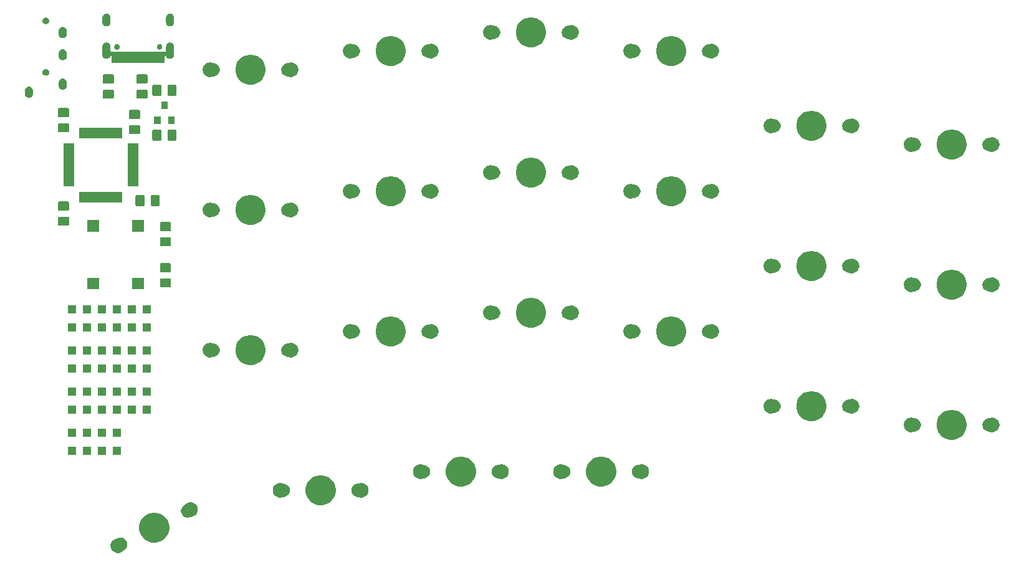
<source format=gts>
G04 #@! TF.GenerationSoftware,KiCad,Pcbnew,5.0.2+dfsg1-1*
G04 #@! TF.CreationDate,2020-12-03T00:06:01+01:00*
G04 #@! TF.ProjectId,right,72696768-742e-46b6-9963-61645f706362,rev?*
G04 #@! TF.SameCoordinates,Original*
G04 #@! TF.FileFunction,Soldermask,Top*
G04 #@! TF.FilePolarity,Negative*
%FSLAX46Y46*%
G04 Gerber Fmt 4.6, Leading zero omitted, Abs format (unit mm)*
G04 Created by KiCad (PCBNEW 5.0.2+dfsg1-1) date jeu. 03 déc. 2020 00:06:01 CET*
%MOMM*%
%LPD*%
G01*
G04 APERTURE LIST*
%ADD10C,0.100000*%
G04 APERTURE END LIST*
D10*
G36*
X94649545Y-138052309D02*
X94813517Y-138120229D01*
X94961087Y-138218832D01*
X95086586Y-138344331D01*
X95185189Y-138491901D01*
X95253109Y-138655873D01*
X95287733Y-138829944D01*
X95287733Y-139007426D01*
X95253109Y-139181497D01*
X95185189Y-139345469D01*
X95086586Y-139493039D01*
X94961087Y-139618538D01*
X94821435Y-139711850D01*
X94802502Y-139727388D01*
X94790208Y-139742369D01*
X94648964Y-139883613D01*
X94485011Y-139993163D01*
X94302842Y-140068620D01*
X94109451Y-140107088D01*
X93912271Y-140107088D01*
X93718880Y-140068620D01*
X93536711Y-139993163D01*
X93372758Y-139883613D01*
X93233336Y-139744191D01*
X93123786Y-139580238D01*
X93048329Y-139398069D01*
X93009861Y-139204678D01*
X93009861Y-139007498D01*
X93048329Y-138814107D01*
X93123786Y-138631938D01*
X93233336Y-138467985D01*
X93372758Y-138328563D01*
X93536711Y-138219013D01*
X93718880Y-138143556D01*
X93912271Y-138105088D01*
X93971641Y-138105088D01*
X93996027Y-138102686D01*
X94019463Y-138095577D01*
X94123921Y-138052309D01*
X94297992Y-138017685D01*
X94475474Y-138017685D01*
X94649545Y-138052309D01*
X94649545Y-138052309D01*
G37*
G36*
X99531252Y-134679818D02*
X99531254Y-134679819D01*
X99531255Y-134679819D01*
X99904513Y-134834427D01*
X100091955Y-134959672D01*
X100240439Y-135058886D01*
X100526114Y-135344561D01*
X100526116Y-135344564D01*
X100750573Y-135680487D01*
X100905181Y-136053745D01*
X100984000Y-136449994D01*
X100984000Y-136854006D01*
X100905181Y-137250255D01*
X100750573Y-137623513D01*
X100750572Y-137623514D01*
X100526114Y-137959439D01*
X100240439Y-138245114D01*
X100240436Y-138245116D01*
X99904513Y-138469573D01*
X99531255Y-138624181D01*
X99531254Y-138624181D01*
X99531252Y-138624182D01*
X99135007Y-138703000D01*
X98730993Y-138703000D01*
X98334748Y-138624182D01*
X98334746Y-138624181D01*
X98334745Y-138624181D01*
X97961487Y-138469573D01*
X97625564Y-138245116D01*
X97625561Y-138245114D01*
X97339886Y-137959439D01*
X97115428Y-137623514D01*
X97115427Y-137623513D01*
X96960819Y-137250255D01*
X96882000Y-136854006D01*
X96882000Y-136449994D01*
X96960819Y-136053745D01*
X97115427Y-135680487D01*
X97339884Y-135344564D01*
X97339886Y-135344561D01*
X97625561Y-135058886D01*
X97774045Y-134959672D01*
X97961487Y-134834427D01*
X98334745Y-134679819D01*
X98334746Y-134679819D01*
X98334748Y-134679818D01*
X98730993Y-134601000D01*
X99135007Y-134601000D01*
X99531252Y-134679818D01*
X99531252Y-134679818D01*
G37*
G36*
X104147120Y-133235380D02*
X104329289Y-133310837D01*
X104493242Y-133420387D01*
X104632664Y-133559809D01*
X104742214Y-133723762D01*
X104817671Y-133905931D01*
X104856139Y-134099322D01*
X104856139Y-134296502D01*
X104817671Y-134489893D01*
X104742214Y-134672062D01*
X104632664Y-134836015D01*
X104493242Y-134975437D01*
X104329289Y-135084987D01*
X104147120Y-135160444D01*
X103953729Y-135198912D01*
X103894359Y-135198912D01*
X103869973Y-135201314D01*
X103846537Y-135208423D01*
X103742079Y-135251691D01*
X103568008Y-135286315D01*
X103390526Y-135286315D01*
X103216455Y-135251691D01*
X103052483Y-135183771D01*
X102904913Y-135085168D01*
X102779414Y-134959669D01*
X102680811Y-134812099D01*
X102612891Y-134648127D01*
X102578267Y-134474056D01*
X102578267Y-134296574D01*
X102612891Y-134122503D01*
X102680811Y-133958531D01*
X102779414Y-133810961D01*
X102904913Y-133685462D01*
X103044565Y-133592150D01*
X103063498Y-133576612D01*
X103075792Y-133561631D01*
X103217036Y-133420387D01*
X103380989Y-133310837D01*
X103563158Y-133235380D01*
X103756549Y-133196912D01*
X103953729Y-133196912D01*
X104147120Y-133235380D01*
X104147120Y-133235380D01*
G37*
G36*
X122137252Y-129599818D02*
X122137254Y-129599819D01*
X122137255Y-129599819D01*
X122510513Y-129754427D01*
X122624298Y-129830456D01*
X122846439Y-129978886D01*
X123132114Y-130264561D01*
X123132116Y-130264564D01*
X123356573Y-130600487D01*
X123511181Y-130973745D01*
X123511182Y-130973748D01*
X123590000Y-131369993D01*
X123590000Y-131774007D01*
X123515936Y-132146354D01*
X123511181Y-132170255D01*
X123356573Y-132543513D01*
X123356572Y-132543514D01*
X123132114Y-132879439D01*
X122846439Y-133165114D01*
X122846436Y-133165116D01*
X122510513Y-133389573D01*
X122137255Y-133544181D01*
X122137254Y-133544181D01*
X122137252Y-133544182D01*
X121741007Y-133623000D01*
X121336993Y-133623000D01*
X120940748Y-133544182D01*
X120940746Y-133544181D01*
X120940745Y-133544181D01*
X120567487Y-133389573D01*
X120231564Y-133165116D01*
X120231561Y-133165114D01*
X119945886Y-132879439D01*
X119721428Y-132543514D01*
X119721427Y-132543513D01*
X119566819Y-132170255D01*
X119562065Y-132146354D01*
X119488000Y-131774007D01*
X119488000Y-131369993D01*
X119566818Y-130973748D01*
X119566819Y-130973745D01*
X119721427Y-130600487D01*
X119945884Y-130264564D01*
X119945886Y-130264561D01*
X120231561Y-129978886D01*
X120453702Y-129830456D01*
X120567487Y-129754427D01*
X120940745Y-129599819D01*
X120940746Y-129599819D01*
X120940748Y-129599818D01*
X121336993Y-129521000D01*
X121741007Y-129521000D01*
X122137252Y-129599818D01*
X122137252Y-129599818D01*
G37*
G36*
X116330981Y-130609468D02*
X116456561Y-130661485D01*
X116480010Y-130668598D01*
X116504396Y-130671000D01*
X116547741Y-130671000D01*
X116721812Y-130705624D01*
X116885784Y-130773544D01*
X117033354Y-130872147D01*
X117158853Y-130997646D01*
X117257456Y-131145216D01*
X117325376Y-131309188D01*
X117360000Y-131483259D01*
X117360000Y-131660741D01*
X117325376Y-131834812D01*
X117257456Y-131998784D01*
X117158853Y-132146354D01*
X117033354Y-132271853D01*
X116885784Y-132370456D01*
X116721812Y-132438376D01*
X116547741Y-132473000D01*
X116504396Y-132473000D01*
X116480010Y-132475402D01*
X116456561Y-132482515D01*
X116330981Y-132534532D01*
X116137590Y-132573000D01*
X115940410Y-132573000D01*
X115747019Y-132534532D01*
X115564850Y-132459075D01*
X115400897Y-132349525D01*
X115261475Y-132210103D01*
X115151925Y-132046150D01*
X115076468Y-131863981D01*
X115038000Y-131670590D01*
X115038000Y-131473410D01*
X115076468Y-131280019D01*
X115151925Y-131097850D01*
X115261475Y-130933897D01*
X115400897Y-130794475D01*
X115564850Y-130684925D01*
X115747019Y-130609468D01*
X115940410Y-130571000D01*
X116137590Y-130571000D01*
X116330981Y-130609468D01*
X116330981Y-130609468D01*
G37*
G36*
X127330981Y-130609468D02*
X127513150Y-130684925D01*
X127677103Y-130794475D01*
X127816525Y-130933897D01*
X127926075Y-131097850D01*
X128001532Y-131280019D01*
X128040000Y-131473410D01*
X128040000Y-131670590D01*
X128001532Y-131863981D01*
X127926075Y-132046150D01*
X127816525Y-132210103D01*
X127677103Y-132349525D01*
X127513150Y-132459075D01*
X127330981Y-132534532D01*
X127137590Y-132573000D01*
X126940410Y-132573000D01*
X126747019Y-132534532D01*
X126621439Y-132482515D01*
X126597990Y-132475402D01*
X126573604Y-132473000D01*
X126530259Y-132473000D01*
X126356188Y-132438376D01*
X126192216Y-132370456D01*
X126044646Y-132271853D01*
X125919147Y-132146354D01*
X125820544Y-131998784D01*
X125752624Y-131834812D01*
X125718000Y-131660741D01*
X125718000Y-131483259D01*
X125752624Y-131309188D01*
X125820544Y-131145216D01*
X125919147Y-130997646D01*
X126044646Y-130872147D01*
X126192216Y-130773544D01*
X126356188Y-130705624D01*
X126530259Y-130671000D01*
X126573604Y-130671000D01*
X126597990Y-130668598D01*
X126621439Y-130661485D01*
X126747019Y-130609468D01*
X126940410Y-130571000D01*
X127137590Y-130571000D01*
X127330981Y-130609468D01*
X127330981Y-130609468D01*
G37*
G36*
X160237252Y-127059818D02*
X160237254Y-127059819D01*
X160237255Y-127059819D01*
X160610513Y-127214427D01*
X160610514Y-127214428D01*
X160946439Y-127438886D01*
X161232114Y-127724561D01*
X161232116Y-127724564D01*
X161456573Y-128060487D01*
X161611181Y-128433745D01*
X161611182Y-128433748D01*
X161690000Y-128829993D01*
X161690000Y-129234007D01*
X161615936Y-129606354D01*
X161611181Y-129630255D01*
X161456573Y-130003513D01*
X161456572Y-130003514D01*
X161232114Y-130339439D01*
X160946439Y-130625114D01*
X160946436Y-130625116D01*
X160610513Y-130849573D01*
X160237255Y-131004181D01*
X160237254Y-131004181D01*
X160237252Y-131004182D01*
X159841007Y-131083000D01*
X159436993Y-131083000D01*
X159040748Y-131004182D01*
X159040746Y-131004181D01*
X159040745Y-131004181D01*
X158667487Y-130849573D01*
X158331564Y-130625116D01*
X158331561Y-130625114D01*
X158045886Y-130339439D01*
X157821428Y-130003514D01*
X157821427Y-130003513D01*
X157666819Y-129630255D01*
X157662065Y-129606354D01*
X157588000Y-129234007D01*
X157588000Y-128829993D01*
X157666818Y-128433748D01*
X157666819Y-128433745D01*
X157821427Y-128060487D01*
X158045884Y-127724564D01*
X158045886Y-127724561D01*
X158331561Y-127438886D01*
X158667486Y-127214428D01*
X158667487Y-127214427D01*
X159040745Y-127059819D01*
X159040746Y-127059819D01*
X159040748Y-127059818D01*
X159436993Y-126981000D01*
X159841007Y-126981000D01*
X160237252Y-127059818D01*
X160237252Y-127059818D01*
G37*
G36*
X141187252Y-127059818D02*
X141187254Y-127059819D01*
X141187255Y-127059819D01*
X141560513Y-127214427D01*
X141560514Y-127214428D01*
X141896439Y-127438886D01*
X142182114Y-127724561D01*
X142182116Y-127724564D01*
X142406573Y-128060487D01*
X142561181Y-128433745D01*
X142561182Y-128433748D01*
X142640000Y-128829993D01*
X142640000Y-129234007D01*
X142565936Y-129606354D01*
X142561181Y-129630255D01*
X142406573Y-130003513D01*
X142406572Y-130003514D01*
X142182114Y-130339439D01*
X141896439Y-130625114D01*
X141896436Y-130625116D01*
X141560513Y-130849573D01*
X141187255Y-131004181D01*
X141187254Y-131004181D01*
X141187252Y-131004182D01*
X140791007Y-131083000D01*
X140386993Y-131083000D01*
X139990748Y-131004182D01*
X139990746Y-131004181D01*
X139990745Y-131004181D01*
X139617487Y-130849573D01*
X139281564Y-130625116D01*
X139281561Y-130625114D01*
X138995886Y-130339439D01*
X138771428Y-130003514D01*
X138771427Y-130003513D01*
X138616819Y-129630255D01*
X138612065Y-129606354D01*
X138538000Y-129234007D01*
X138538000Y-128829993D01*
X138616818Y-128433748D01*
X138616819Y-128433745D01*
X138771427Y-128060487D01*
X138995884Y-127724564D01*
X138995886Y-127724561D01*
X139281561Y-127438886D01*
X139617486Y-127214428D01*
X139617487Y-127214427D01*
X139990745Y-127059819D01*
X139990746Y-127059819D01*
X139990748Y-127059818D01*
X140386993Y-126981000D01*
X140791007Y-126981000D01*
X141187252Y-127059818D01*
X141187252Y-127059818D01*
G37*
G36*
X165430981Y-128069468D02*
X165613150Y-128144925D01*
X165777103Y-128254475D01*
X165916525Y-128393897D01*
X166026075Y-128557850D01*
X166101532Y-128740019D01*
X166140000Y-128933410D01*
X166140000Y-129130590D01*
X166101532Y-129323981D01*
X166026075Y-129506150D01*
X165916525Y-129670103D01*
X165777103Y-129809525D01*
X165613150Y-129919075D01*
X165430981Y-129994532D01*
X165237590Y-130033000D01*
X165040410Y-130033000D01*
X164847019Y-129994532D01*
X164721439Y-129942515D01*
X164697990Y-129935402D01*
X164673604Y-129933000D01*
X164630259Y-129933000D01*
X164456188Y-129898376D01*
X164292216Y-129830456D01*
X164144646Y-129731853D01*
X164019147Y-129606354D01*
X163920544Y-129458784D01*
X163852624Y-129294812D01*
X163818000Y-129120741D01*
X163818000Y-128943259D01*
X163852624Y-128769188D01*
X163920544Y-128605216D01*
X164019147Y-128457646D01*
X164144646Y-128332147D01*
X164292216Y-128233544D01*
X164456188Y-128165624D01*
X164630259Y-128131000D01*
X164673604Y-128131000D01*
X164697990Y-128128598D01*
X164721439Y-128121485D01*
X164847019Y-128069468D01*
X165040410Y-128031000D01*
X165237590Y-128031000D01*
X165430981Y-128069468D01*
X165430981Y-128069468D01*
G37*
G36*
X154430981Y-128069468D02*
X154556561Y-128121485D01*
X154580010Y-128128598D01*
X154604396Y-128131000D01*
X154647741Y-128131000D01*
X154821812Y-128165624D01*
X154985784Y-128233544D01*
X155133354Y-128332147D01*
X155258853Y-128457646D01*
X155357456Y-128605216D01*
X155425376Y-128769188D01*
X155460000Y-128943259D01*
X155460000Y-129120741D01*
X155425376Y-129294812D01*
X155357456Y-129458784D01*
X155258853Y-129606354D01*
X155133354Y-129731853D01*
X154985784Y-129830456D01*
X154821812Y-129898376D01*
X154647741Y-129933000D01*
X154604396Y-129933000D01*
X154580010Y-129935402D01*
X154556561Y-129942515D01*
X154430981Y-129994532D01*
X154237590Y-130033000D01*
X154040410Y-130033000D01*
X153847019Y-129994532D01*
X153664850Y-129919075D01*
X153500897Y-129809525D01*
X153361475Y-129670103D01*
X153251925Y-129506150D01*
X153176468Y-129323981D01*
X153138000Y-129130590D01*
X153138000Y-128933410D01*
X153176468Y-128740019D01*
X153251925Y-128557850D01*
X153361475Y-128393897D01*
X153500897Y-128254475D01*
X153664850Y-128144925D01*
X153847019Y-128069468D01*
X154040410Y-128031000D01*
X154237590Y-128031000D01*
X154430981Y-128069468D01*
X154430981Y-128069468D01*
G37*
G36*
X146380981Y-128069468D02*
X146563150Y-128144925D01*
X146727103Y-128254475D01*
X146866525Y-128393897D01*
X146976075Y-128557850D01*
X147051532Y-128740019D01*
X147090000Y-128933410D01*
X147090000Y-129130590D01*
X147051532Y-129323981D01*
X146976075Y-129506150D01*
X146866525Y-129670103D01*
X146727103Y-129809525D01*
X146563150Y-129919075D01*
X146380981Y-129994532D01*
X146187590Y-130033000D01*
X145990410Y-130033000D01*
X145797019Y-129994532D01*
X145671439Y-129942515D01*
X145647990Y-129935402D01*
X145623604Y-129933000D01*
X145580259Y-129933000D01*
X145406188Y-129898376D01*
X145242216Y-129830456D01*
X145094646Y-129731853D01*
X144969147Y-129606354D01*
X144870544Y-129458784D01*
X144802624Y-129294812D01*
X144768000Y-129120741D01*
X144768000Y-128943259D01*
X144802624Y-128769188D01*
X144870544Y-128605216D01*
X144969147Y-128457646D01*
X145094646Y-128332147D01*
X145242216Y-128233544D01*
X145406188Y-128165624D01*
X145580259Y-128131000D01*
X145623604Y-128131000D01*
X145647990Y-128128598D01*
X145671439Y-128121485D01*
X145797019Y-128069468D01*
X145990410Y-128031000D01*
X146187590Y-128031000D01*
X146380981Y-128069468D01*
X146380981Y-128069468D01*
G37*
G36*
X135380981Y-128069468D02*
X135506561Y-128121485D01*
X135530010Y-128128598D01*
X135554396Y-128131000D01*
X135597741Y-128131000D01*
X135771812Y-128165624D01*
X135935784Y-128233544D01*
X136083354Y-128332147D01*
X136208853Y-128457646D01*
X136307456Y-128605216D01*
X136375376Y-128769188D01*
X136410000Y-128943259D01*
X136410000Y-129120741D01*
X136375376Y-129294812D01*
X136307456Y-129458784D01*
X136208853Y-129606354D01*
X136083354Y-129731853D01*
X135935784Y-129830456D01*
X135771812Y-129898376D01*
X135597741Y-129933000D01*
X135554396Y-129933000D01*
X135530010Y-129935402D01*
X135506561Y-129942515D01*
X135380981Y-129994532D01*
X135187590Y-130033000D01*
X134990410Y-130033000D01*
X134797019Y-129994532D01*
X134614850Y-129919075D01*
X134450897Y-129809525D01*
X134311475Y-129670103D01*
X134201925Y-129506150D01*
X134126468Y-129323981D01*
X134088000Y-129130590D01*
X134088000Y-128933410D01*
X134126468Y-128740019D01*
X134201925Y-128557850D01*
X134311475Y-128393897D01*
X134450897Y-128254475D01*
X134614850Y-128144925D01*
X134797019Y-128069468D01*
X134990410Y-128031000D01*
X135187590Y-128031000D01*
X135380981Y-128069468D01*
X135380981Y-128069468D01*
G37*
G36*
X88308000Y-126769000D02*
X87206000Y-126769000D01*
X87206000Y-125667000D01*
X88308000Y-125667000D01*
X88308000Y-126769000D01*
X88308000Y-126769000D01*
G37*
G36*
X92372000Y-126769000D02*
X91270000Y-126769000D01*
X91270000Y-125667000D01*
X92372000Y-125667000D01*
X92372000Y-126769000D01*
X92372000Y-126769000D01*
G37*
G36*
X94404000Y-126769000D02*
X93302000Y-126769000D01*
X93302000Y-125667000D01*
X94404000Y-125667000D01*
X94404000Y-126769000D01*
X94404000Y-126769000D01*
G37*
G36*
X90340000Y-126769000D02*
X89238000Y-126769000D01*
X89238000Y-125667000D01*
X90340000Y-125667000D01*
X90340000Y-126769000D01*
X90340000Y-126769000D01*
G37*
G36*
X207862252Y-120709818D02*
X207862254Y-120709819D01*
X207862255Y-120709819D01*
X208235513Y-120864427D01*
X208349298Y-120940456D01*
X208571439Y-121088886D01*
X208857114Y-121374561D01*
X208857116Y-121374564D01*
X209081573Y-121710487D01*
X209236181Y-122083745D01*
X209236182Y-122083748D01*
X209315000Y-122479993D01*
X209315000Y-122884007D01*
X209240936Y-123256354D01*
X209236181Y-123280255D01*
X209081573Y-123653513D01*
X209081572Y-123653514D01*
X208857114Y-123989439D01*
X208571439Y-124275114D01*
X208571436Y-124275116D01*
X208235513Y-124499573D01*
X207862255Y-124654181D01*
X207862254Y-124654181D01*
X207862252Y-124654182D01*
X207466007Y-124733000D01*
X207061993Y-124733000D01*
X206665748Y-124654182D01*
X206665746Y-124654181D01*
X206665745Y-124654181D01*
X206292487Y-124499573D01*
X205956564Y-124275116D01*
X205956561Y-124275114D01*
X205670886Y-123989439D01*
X205446428Y-123653514D01*
X205446427Y-123653513D01*
X205291819Y-123280255D01*
X205287065Y-123256354D01*
X205213000Y-122884007D01*
X205213000Y-122479993D01*
X205291818Y-122083748D01*
X205291819Y-122083745D01*
X205446427Y-121710487D01*
X205670884Y-121374564D01*
X205670886Y-121374561D01*
X205956561Y-121088886D01*
X206178702Y-120940456D01*
X206292487Y-120864427D01*
X206665745Y-120709819D01*
X206665746Y-120709819D01*
X206665748Y-120709818D01*
X207061993Y-120631000D01*
X207466007Y-120631000D01*
X207862252Y-120709818D01*
X207862252Y-120709818D01*
G37*
G36*
X88308000Y-124269000D02*
X87206000Y-124269000D01*
X87206000Y-123167000D01*
X88308000Y-123167000D01*
X88308000Y-124269000D01*
X88308000Y-124269000D01*
G37*
G36*
X92372000Y-124269000D02*
X91270000Y-124269000D01*
X91270000Y-123167000D01*
X92372000Y-123167000D01*
X92372000Y-124269000D01*
X92372000Y-124269000D01*
G37*
G36*
X90340000Y-124269000D02*
X89238000Y-124269000D01*
X89238000Y-123167000D01*
X90340000Y-123167000D01*
X90340000Y-124269000D01*
X90340000Y-124269000D01*
G37*
G36*
X94404000Y-124269000D02*
X93302000Y-124269000D01*
X93302000Y-123167000D01*
X94404000Y-123167000D01*
X94404000Y-124269000D01*
X94404000Y-124269000D01*
G37*
G36*
X213055981Y-121719468D02*
X213238150Y-121794925D01*
X213402103Y-121904475D01*
X213541525Y-122043897D01*
X213651075Y-122207850D01*
X213726532Y-122390019D01*
X213765000Y-122583410D01*
X213765000Y-122780590D01*
X213726532Y-122973981D01*
X213651075Y-123156150D01*
X213541525Y-123320103D01*
X213402103Y-123459525D01*
X213238150Y-123569075D01*
X213055981Y-123644532D01*
X212862590Y-123683000D01*
X212665410Y-123683000D01*
X212472019Y-123644532D01*
X212346439Y-123592515D01*
X212322990Y-123585402D01*
X212298604Y-123583000D01*
X212255259Y-123583000D01*
X212081188Y-123548376D01*
X211917216Y-123480456D01*
X211769646Y-123381853D01*
X211644147Y-123256354D01*
X211545544Y-123108784D01*
X211477624Y-122944812D01*
X211443000Y-122770741D01*
X211443000Y-122593259D01*
X211477624Y-122419188D01*
X211545544Y-122255216D01*
X211644147Y-122107646D01*
X211769646Y-121982147D01*
X211917216Y-121883544D01*
X212081188Y-121815624D01*
X212255259Y-121781000D01*
X212298604Y-121781000D01*
X212322990Y-121778598D01*
X212346439Y-121771485D01*
X212472019Y-121719468D01*
X212665410Y-121681000D01*
X212862590Y-121681000D01*
X213055981Y-121719468D01*
X213055981Y-121719468D01*
G37*
G36*
X202055981Y-121719468D02*
X202181561Y-121771485D01*
X202205010Y-121778598D01*
X202229396Y-121781000D01*
X202272741Y-121781000D01*
X202446812Y-121815624D01*
X202610784Y-121883544D01*
X202758354Y-121982147D01*
X202883853Y-122107646D01*
X202982456Y-122255216D01*
X203050376Y-122419188D01*
X203085000Y-122593259D01*
X203085000Y-122770741D01*
X203050376Y-122944812D01*
X202982456Y-123108784D01*
X202883853Y-123256354D01*
X202758354Y-123381853D01*
X202610784Y-123480456D01*
X202446812Y-123548376D01*
X202272741Y-123583000D01*
X202229396Y-123583000D01*
X202205010Y-123585402D01*
X202181561Y-123592515D01*
X202055981Y-123644532D01*
X201862590Y-123683000D01*
X201665410Y-123683000D01*
X201472019Y-123644532D01*
X201289850Y-123569075D01*
X201125897Y-123459525D01*
X200986475Y-123320103D01*
X200876925Y-123156150D01*
X200801468Y-122973981D01*
X200763000Y-122780590D01*
X200763000Y-122583410D01*
X200801468Y-122390019D01*
X200876925Y-122207850D01*
X200986475Y-122043897D01*
X201125897Y-121904475D01*
X201289850Y-121794925D01*
X201472019Y-121719468D01*
X201665410Y-121681000D01*
X201862590Y-121681000D01*
X202055981Y-121719468D01*
X202055981Y-121719468D01*
G37*
G36*
X188812252Y-118169818D02*
X188812254Y-118169819D01*
X188812255Y-118169819D01*
X189185513Y-118324427D01*
X189185514Y-118324428D01*
X189521439Y-118548886D01*
X189807114Y-118834561D01*
X189807116Y-118834564D01*
X190031573Y-119170487D01*
X190186181Y-119543745D01*
X190186182Y-119543748D01*
X190265000Y-119939993D01*
X190265000Y-120344007D01*
X190190936Y-120716354D01*
X190186181Y-120740255D01*
X190031573Y-121113513D01*
X189857146Y-121374561D01*
X189807114Y-121449439D01*
X189521439Y-121735114D01*
X189521436Y-121735116D01*
X189185513Y-121959573D01*
X188812255Y-122114181D01*
X188812254Y-122114181D01*
X188812252Y-122114182D01*
X188416007Y-122193000D01*
X188011993Y-122193000D01*
X187615748Y-122114182D01*
X187615746Y-122114181D01*
X187615745Y-122114181D01*
X187242487Y-121959573D01*
X186906564Y-121735116D01*
X186906561Y-121735114D01*
X186620886Y-121449439D01*
X186570854Y-121374561D01*
X186396427Y-121113513D01*
X186241819Y-120740255D01*
X186237065Y-120716354D01*
X186163000Y-120344007D01*
X186163000Y-119939993D01*
X186241818Y-119543748D01*
X186241819Y-119543745D01*
X186396427Y-119170487D01*
X186620884Y-118834564D01*
X186620886Y-118834561D01*
X186906561Y-118548886D01*
X187242486Y-118324428D01*
X187242487Y-118324427D01*
X187615745Y-118169819D01*
X187615746Y-118169819D01*
X187615748Y-118169818D01*
X188011993Y-118091000D01*
X188416007Y-118091000D01*
X188812252Y-118169818D01*
X188812252Y-118169818D01*
G37*
G36*
X88308000Y-121181000D02*
X87206000Y-121181000D01*
X87206000Y-120079000D01*
X88308000Y-120079000D01*
X88308000Y-121181000D01*
X88308000Y-121181000D01*
G37*
G36*
X90340000Y-121181000D02*
X89238000Y-121181000D01*
X89238000Y-120079000D01*
X90340000Y-120079000D01*
X90340000Y-121181000D01*
X90340000Y-121181000D01*
G37*
G36*
X96436000Y-121181000D02*
X95334000Y-121181000D01*
X95334000Y-120079000D01*
X96436000Y-120079000D01*
X96436000Y-121181000D01*
X96436000Y-121181000D01*
G37*
G36*
X98468000Y-121181000D02*
X97366000Y-121181000D01*
X97366000Y-120079000D01*
X98468000Y-120079000D01*
X98468000Y-121181000D01*
X98468000Y-121181000D01*
G37*
G36*
X94404000Y-121181000D02*
X93302000Y-121181000D01*
X93302000Y-120079000D01*
X94404000Y-120079000D01*
X94404000Y-121181000D01*
X94404000Y-121181000D01*
G37*
G36*
X92372000Y-121181000D02*
X91270000Y-121181000D01*
X91270000Y-120079000D01*
X92372000Y-120079000D01*
X92372000Y-121181000D01*
X92372000Y-121181000D01*
G37*
G36*
X183005981Y-119179468D02*
X183131561Y-119231485D01*
X183155010Y-119238598D01*
X183179396Y-119241000D01*
X183222741Y-119241000D01*
X183396812Y-119275624D01*
X183560784Y-119343544D01*
X183708354Y-119442147D01*
X183833853Y-119567646D01*
X183932456Y-119715216D01*
X184000376Y-119879188D01*
X184035000Y-120053259D01*
X184035000Y-120230741D01*
X184000376Y-120404812D01*
X183932456Y-120568784D01*
X183833853Y-120716354D01*
X183708354Y-120841853D01*
X183560784Y-120940456D01*
X183396812Y-121008376D01*
X183222741Y-121043000D01*
X183179396Y-121043000D01*
X183155010Y-121045402D01*
X183131561Y-121052515D01*
X183005981Y-121104532D01*
X182812590Y-121143000D01*
X182615410Y-121143000D01*
X182422019Y-121104532D01*
X182239850Y-121029075D01*
X182075897Y-120919525D01*
X181936475Y-120780103D01*
X181826925Y-120616150D01*
X181751468Y-120433981D01*
X181713000Y-120240590D01*
X181713000Y-120043410D01*
X181751468Y-119850019D01*
X181826925Y-119667850D01*
X181936475Y-119503897D01*
X182075897Y-119364475D01*
X182239850Y-119254925D01*
X182422019Y-119179468D01*
X182615410Y-119141000D01*
X182812590Y-119141000D01*
X183005981Y-119179468D01*
X183005981Y-119179468D01*
G37*
G36*
X194005981Y-119179468D02*
X194188150Y-119254925D01*
X194352103Y-119364475D01*
X194491525Y-119503897D01*
X194601075Y-119667850D01*
X194676532Y-119850019D01*
X194715000Y-120043410D01*
X194715000Y-120240590D01*
X194676532Y-120433981D01*
X194601075Y-120616150D01*
X194491525Y-120780103D01*
X194352103Y-120919525D01*
X194188150Y-121029075D01*
X194005981Y-121104532D01*
X193812590Y-121143000D01*
X193615410Y-121143000D01*
X193422019Y-121104532D01*
X193296439Y-121052515D01*
X193272990Y-121045402D01*
X193248604Y-121043000D01*
X193205259Y-121043000D01*
X193031188Y-121008376D01*
X192867216Y-120940456D01*
X192719646Y-120841853D01*
X192594147Y-120716354D01*
X192495544Y-120568784D01*
X192427624Y-120404812D01*
X192393000Y-120230741D01*
X192393000Y-120053259D01*
X192427624Y-119879188D01*
X192495544Y-119715216D01*
X192594147Y-119567646D01*
X192719646Y-119442147D01*
X192867216Y-119343544D01*
X193031188Y-119275624D01*
X193205259Y-119241000D01*
X193248604Y-119241000D01*
X193272990Y-119238598D01*
X193296439Y-119231485D01*
X193422019Y-119179468D01*
X193615410Y-119141000D01*
X193812590Y-119141000D01*
X194005981Y-119179468D01*
X194005981Y-119179468D01*
G37*
G36*
X90340000Y-118681000D02*
X89238000Y-118681000D01*
X89238000Y-117579000D01*
X90340000Y-117579000D01*
X90340000Y-118681000D01*
X90340000Y-118681000D01*
G37*
G36*
X98468000Y-118681000D02*
X97366000Y-118681000D01*
X97366000Y-117579000D01*
X98468000Y-117579000D01*
X98468000Y-118681000D01*
X98468000Y-118681000D01*
G37*
G36*
X96436000Y-118681000D02*
X95334000Y-118681000D01*
X95334000Y-117579000D01*
X96436000Y-117579000D01*
X96436000Y-118681000D01*
X96436000Y-118681000D01*
G37*
G36*
X94404000Y-118681000D02*
X93302000Y-118681000D01*
X93302000Y-117579000D01*
X94404000Y-117579000D01*
X94404000Y-118681000D01*
X94404000Y-118681000D01*
G37*
G36*
X92372000Y-118681000D02*
X91270000Y-118681000D01*
X91270000Y-117579000D01*
X92372000Y-117579000D01*
X92372000Y-118681000D01*
X92372000Y-118681000D01*
G37*
G36*
X88308000Y-118681000D02*
X87206000Y-118681000D01*
X87206000Y-117579000D01*
X88308000Y-117579000D01*
X88308000Y-118681000D01*
X88308000Y-118681000D01*
G37*
G36*
X92372000Y-115593000D02*
X91270000Y-115593000D01*
X91270000Y-114491000D01*
X92372000Y-114491000D01*
X92372000Y-115593000D01*
X92372000Y-115593000D01*
G37*
G36*
X94404000Y-115593000D02*
X93302000Y-115593000D01*
X93302000Y-114491000D01*
X94404000Y-114491000D01*
X94404000Y-115593000D01*
X94404000Y-115593000D01*
G37*
G36*
X96436000Y-115593000D02*
X95334000Y-115593000D01*
X95334000Y-114491000D01*
X96436000Y-114491000D01*
X96436000Y-115593000D01*
X96436000Y-115593000D01*
G37*
G36*
X98468000Y-115593000D02*
X97366000Y-115593000D01*
X97366000Y-114491000D01*
X98468000Y-114491000D01*
X98468000Y-115593000D01*
X98468000Y-115593000D01*
G37*
G36*
X90340000Y-115593000D02*
X89238000Y-115593000D01*
X89238000Y-114491000D01*
X90340000Y-114491000D01*
X90340000Y-115593000D01*
X90340000Y-115593000D01*
G37*
G36*
X88308000Y-115593000D02*
X87206000Y-115593000D01*
X87206000Y-114491000D01*
X88308000Y-114491000D01*
X88308000Y-115593000D01*
X88308000Y-115593000D01*
G37*
G36*
X112612252Y-110549818D02*
X112612254Y-110549819D01*
X112612255Y-110549819D01*
X112985513Y-110704427D01*
X113099298Y-110780456D01*
X113321439Y-110928886D01*
X113607114Y-111214561D01*
X113607116Y-111214564D01*
X113831573Y-111550487D01*
X113986181Y-111923745D01*
X113986182Y-111923748D01*
X114065000Y-112319993D01*
X114065000Y-112724007D01*
X113990936Y-113096354D01*
X113986181Y-113120255D01*
X113831573Y-113493513D01*
X113831572Y-113493514D01*
X113607114Y-113829439D01*
X113321439Y-114115114D01*
X113321436Y-114115116D01*
X112985513Y-114339573D01*
X112612255Y-114494181D01*
X112612254Y-114494181D01*
X112612252Y-114494182D01*
X112216007Y-114573000D01*
X111811993Y-114573000D01*
X111415748Y-114494182D01*
X111415746Y-114494181D01*
X111415745Y-114494181D01*
X111042487Y-114339573D01*
X110706564Y-114115116D01*
X110706561Y-114115114D01*
X110420886Y-113829439D01*
X110196428Y-113493514D01*
X110196427Y-113493513D01*
X110041819Y-113120255D01*
X110037065Y-113096354D01*
X109963000Y-112724007D01*
X109963000Y-112319993D01*
X110041818Y-111923748D01*
X110041819Y-111923745D01*
X110196427Y-111550487D01*
X110420884Y-111214564D01*
X110420886Y-111214561D01*
X110706561Y-110928886D01*
X110928702Y-110780456D01*
X111042487Y-110704427D01*
X111415745Y-110549819D01*
X111415746Y-110549819D01*
X111415748Y-110549818D01*
X111811993Y-110471000D01*
X112216007Y-110471000D01*
X112612252Y-110549818D01*
X112612252Y-110549818D01*
G37*
G36*
X117805981Y-111559468D02*
X117988150Y-111634925D01*
X118152103Y-111744475D01*
X118291525Y-111883897D01*
X118401075Y-112047850D01*
X118476532Y-112230019D01*
X118515000Y-112423410D01*
X118515000Y-112620590D01*
X118476532Y-112813981D01*
X118401075Y-112996150D01*
X118291525Y-113160103D01*
X118152103Y-113299525D01*
X117988150Y-113409075D01*
X117805981Y-113484532D01*
X117612590Y-113523000D01*
X117415410Y-113523000D01*
X117222019Y-113484532D01*
X117096439Y-113432515D01*
X117072990Y-113425402D01*
X117048604Y-113423000D01*
X117005259Y-113423000D01*
X116831188Y-113388376D01*
X116667216Y-113320456D01*
X116519646Y-113221853D01*
X116394147Y-113096354D01*
X116295544Y-112948784D01*
X116227624Y-112784812D01*
X116193000Y-112610741D01*
X116193000Y-112433259D01*
X116227624Y-112259188D01*
X116295544Y-112095216D01*
X116394147Y-111947646D01*
X116519646Y-111822147D01*
X116667216Y-111723544D01*
X116831188Y-111655624D01*
X117005259Y-111621000D01*
X117048604Y-111621000D01*
X117072990Y-111618598D01*
X117096439Y-111611485D01*
X117222019Y-111559468D01*
X117415410Y-111521000D01*
X117612590Y-111521000D01*
X117805981Y-111559468D01*
X117805981Y-111559468D01*
G37*
G36*
X106805981Y-111559468D02*
X106931561Y-111611485D01*
X106955010Y-111618598D01*
X106979396Y-111621000D01*
X107022741Y-111621000D01*
X107196812Y-111655624D01*
X107360784Y-111723544D01*
X107508354Y-111822147D01*
X107633853Y-111947646D01*
X107732456Y-112095216D01*
X107800376Y-112259188D01*
X107835000Y-112433259D01*
X107835000Y-112610741D01*
X107800376Y-112784812D01*
X107732456Y-112948784D01*
X107633853Y-113096354D01*
X107508354Y-113221853D01*
X107360784Y-113320456D01*
X107196812Y-113388376D01*
X107022741Y-113423000D01*
X106979396Y-113423000D01*
X106955010Y-113425402D01*
X106931561Y-113432515D01*
X106805981Y-113484532D01*
X106612590Y-113523000D01*
X106415410Y-113523000D01*
X106222019Y-113484532D01*
X106039850Y-113409075D01*
X105875897Y-113299525D01*
X105736475Y-113160103D01*
X105626925Y-112996150D01*
X105551468Y-112813981D01*
X105513000Y-112620590D01*
X105513000Y-112423410D01*
X105551468Y-112230019D01*
X105626925Y-112047850D01*
X105736475Y-111883897D01*
X105875897Y-111744475D01*
X106039850Y-111634925D01*
X106222019Y-111559468D01*
X106415410Y-111521000D01*
X106612590Y-111521000D01*
X106805981Y-111559468D01*
X106805981Y-111559468D01*
G37*
G36*
X92372000Y-113093000D02*
X91270000Y-113093000D01*
X91270000Y-111991000D01*
X92372000Y-111991000D01*
X92372000Y-113093000D01*
X92372000Y-113093000D01*
G37*
G36*
X90340000Y-113093000D02*
X89238000Y-113093000D01*
X89238000Y-111991000D01*
X90340000Y-111991000D01*
X90340000Y-113093000D01*
X90340000Y-113093000D01*
G37*
G36*
X94404000Y-113093000D02*
X93302000Y-113093000D01*
X93302000Y-111991000D01*
X94404000Y-111991000D01*
X94404000Y-113093000D01*
X94404000Y-113093000D01*
G37*
G36*
X88308000Y-113093000D02*
X87206000Y-113093000D01*
X87206000Y-111991000D01*
X88308000Y-111991000D01*
X88308000Y-113093000D01*
X88308000Y-113093000D01*
G37*
G36*
X96436000Y-113093000D02*
X95334000Y-113093000D01*
X95334000Y-111991000D01*
X96436000Y-111991000D01*
X96436000Y-113093000D01*
X96436000Y-113093000D01*
G37*
G36*
X98468000Y-113093000D02*
X97366000Y-113093000D01*
X97366000Y-111991000D01*
X98468000Y-111991000D01*
X98468000Y-113093000D01*
X98468000Y-113093000D01*
G37*
G36*
X131662252Y-108009818D02*
X131662254Y-108009819D01*
X131662255Y-108009819D01*
X132035513Y-108164427D01*
X132149298Y-108240456D01*
X132371439Y-108388886D01*
X132657114Y-108674561D01*
X132657116Y-108674564D01*
X132881573Y-109010487D01*
X133036181Y-109383745D01*
X133036182Y-109383748D01*
X133115000Y-109779993D01*
X133115000Y-110184007D01*
X133040936Y-110556354D01*
X133036181Y-110580255D01*
X132881573Y-110953513D01*
X132881572Y-110953514D01*
X132657114Y-111289439D01*
X132371439Y-111575114D01*
X132371436Y-111575116D01*
X132035513Y-111799573D01*
X131662255Y-111954181D01*
X131662254Y-111954181D01*
X131662252Y-111954182D01*
X131266007Y-112033000D01*
X130861993Y-112033000D01*
X130465748Y-111954182D01*
X130465746Y-111954181D01*
X130465745Y-111954181D01*
X130092487Y-111799573D01*
X129756564Y-111575116D01*
X129756561Y-111575114D01*
X129470886Y-111289439D01*
X129246428Y-110953514D01*
X129246427Y-110953513D01*
X129091819Y-110580255D01*
X129087065Y-110556354D01*
X129013000Y-110184007D01*
X129013000Y-109779993D01*
X129091818Y-109383748D01*
X129091819Y-109383745D01*
X129246427Y-109010487D01*
X129470884Y-108674564D01*
X129470886Y-108674561D01*
X129756561Y-108388886D01*
X129978702Y-108240456D01*
X130092487Y-108164427D01*
X130465745Y-108009819D01*
X130465746Y-108009819D01*
X130465748Y-108009818D01*
X130861993Y-107931000D01*
X131266007Y-107931000D01*
X131662252Y-108009818D01*
X131662252Y-108009818D01*
G37*
G36*
X169762252Y-108009818D02*
X169762254Y-108009819D01*
X169762255Y-108009819D01*
X170135513Y-108164427D01*
X170249298Y-108240456D01*
X170471439Y-108388886D01*
X170757114Y-108674561D01*
X170757116Y-108674564D01*
X170981573Y-109010487D01*
X171136181Y-109383745D01*
X171136182Y-109383748D01*
X171215000Y-109779993D01*
X171215000Y-110184007D01*
X171140936Y-110556354D01*
X171136181Y-110580255D01*
X170981573Y-110953513D01*
X170981572Y-110953514D01*
X170757114Y-111289439D01*
X170471439Y-111575114D01*
X170471436Y-111575116D01*
X170135513Y-111799573D01*
X169762255Y-111954181D01*
X169762254Y-111954181D01*
X169762252Y-111954182D01*
X169366007Y-112033000D01*
X168961993Y-112033000D01*
X168565748Y-111954182D01*
X168565746Y-111954181D01*
X168565745Y-111954181D01*
X168192487Y-111799573D01*
X167856564Y-111575116D01*
X167856561Y-111575114D01*
X167570886Y-111289439D01*
X167346428Y-110953514D01*
X167346427Y-110953513D01*
X167191819Y-110580255D01*
X167187065Y-110556354D01*
X167113000Y-110184007D01*
X167113000Y-109779993D01*
X167191818Y-109383748D01*
X167191819Y-109383745D01*
X167346427Y-109010487D01*
X167570884Y-108674564D01*
X167570886Y-108674561D01*
X167856561Y-108388886D01*
X168078702Y-108240456D01*
X168192487Y-108164427D01*
X168565745Y-108009819D01*
X168565746Y-108009819D01*
X168565748Y-108009818D01*
X168961993Y-107931000D01*
X169366007Y-107931000D01*
X169762252Y-108009818D01*
X169762252Y-108009818D01*
G37*
G36*
X163955981Y-109019468D02*
X164081561Y-109071485D01*
X164105010Y-109078598D01*
X164129396Y-109081000D01*
X164172741Y-109081000D01*
X164346812Y-109115624D01*
X164510784Y-109183544D01*
X164658354Y-109282147D01*
X164783853Y-109407646D01*
X164882456Y-109555216D01*
X164950376Y-109719188D01*
X164985000Y-109893259D01*
X164985000Y-110070741D01*
X164950376Y-110244812D01*
X164882456Y-110408784D01*
X164783853Y-110556354D01*
X164658354Y-110681853D01*
X164510784Y-110780456D01*
X164346812Y-110848376D01*
X164172741Y-110883000D01*
X164129396Y-110883000D01*
X164105010Y-110885402D01*
X164081561Y-110892515D01*
X163955981Y-110944532D01*
X163762590Y-110983000D01*
X163565410Y-110983000D01*
X163372019Y-110944532D01*
X163189850Y-110869075D01*
X163025897Y-110759525D01*
X162886475Y-110620103D01*
X162776925Y-110456150D01*
X162701468Y-110273981D01*
X162663000Y-110080590D01*
X162663000Y-109883410D01*
X162701468Y-109690019D01*
X162776925Y-109507850D01*
X162886475Y-109343897D01*
X163025897Y-109204475D01*
X163189850Y-109094925D01*
X163372019Y-109019468D01*
X163565410Y-108981000D01*
X163762590Y-108981000D01*
X163955981Y-109019468D01*
X163955981Y-109019468D01*
G37*
G36*
X174955981Y-109019468D02*
X175138150Y-109094925D01*
X175302103Y-109204475D01*
X175441525Y-109343897D01*
X175551075Y-109507850D01*
X175626532Y-109690019D01*
X175665000Y-109883410D01*
X175665000Y-110080590D01*
X175626532Y-110273981D01*
X175551075Y-110456150D01*
X175441525Y-110620103D01*
X175302103Y-110759525D01*
X175138150Y-110869075D01*
X174955981Y-110944532D01*
X174762590Y-110983000D01*
X174565410Y-110983000D01*
X174372019Y-110944532D01*
X174246439Y-110892515D01*
X174222990Y-110885402D01*
X174198604Y-110883000D01*
X174155259Y-110883000D01*
X173981188Y-110848376D01*
X173817216Y-110780456D01*
X173669646Y-110681853D01*
X173544147Y-110556354D01*
X173445544Y-110408784D01*
X173377624Y-110244812D01*
X173343000Y-110070741D01*
X173343000Y-109893259D01*
X173377624Y-109719188D01*
X173445544Y-109555216D01*
X173544147Y-109407646D01*
X173669646Y-109282147D01*
X173817216Y-109183544D01*
X173981188Y-109115624D01*
X174155259Y-109081000D01*
X174198604Y-109081000D01*
X174222990Y-109078598D01*
X174246439Y-109071485D01*
X174372019Y-109019468D01*
X174565410Y-108981000D01*
X174762590Y-108981000D01*
X174955981Y-109019468D01*
X174955981Y-109019468D01*
G37*
G36*
X136855981Y-109019468D02*
X137038150Y-109094925D01*
X137202103Y-109204475D01*
X137341525Y-109343897D01*
X137451075Y-109507850D01*
X137526532Y-109690019D01*
X137565000Y-109883410D01*
X137565000Y-110080590D01*
X137526532Y-110273981D01*
X137451075Y-110456150D01*
X137341525Y-110620103D01*
X137202103Y-110759525D01*
X137038150Y-110869075D01*
X136855981Y-110944532D01*
X136662590Y-110983000D01*
X136465410Y-110983000D01*
X136272019Y-110944532D01*
X136146439Y-110892515D01*
X136122990Y-110885402D01*
X136098604Y-110883000D01*
X136055259Y-110883000D01*
X135881188Y-110848376D01*
X135717216Y-110780456D01*
X135569646Y-110681853D01*
X135444147Y-110556354D01*
X135345544Y-110408784D01*
X135277624Y-110244812D01*
X135243000Y-110070741D01*
X135243000Y-109893259D01*
X135277624Y-109719188D01*
X135345544Y-109555216D01*
X135444147Y-109407646D01*
X135569646Y-109282147D01*
X135717216Y-109183544D01*
X135881188Y-109115624D01*
X136055259Y-109081000D01*
X136098604Y-109081000D01*
X136122990Y-109078598D01*
X136146439Y-109071485D01*
X136272019Y-109019468D01*
X136465410Y-108981000D01*
X136662590Y-108981000D01*
X136855981Y-109019468D01*
X136855981Y-109019468D01*
G37*
G36*
X125855981Y-109019468D02*
X125981561Y-109071485D01*
X126005010Y-109078598D01*
X126029396Y-109081000D01*
X126072741Y-109081000D01*
X126246812Y-109115624D01*
X126410784Y-109183544D01*
X126558354Y-109282147D01*
X126683853Y-109407646D01*
X126782456Y-109555216D01*
X126850376Y-109719188D01*
X126885000Y-109893259D01*
X126885000Y-110070741D01*
X126850376Y-110244812D01*
X126782456Y-110408784D01*
X126683853Y-110556354D01*
X126558354Y-110681853D01*
X126410784Y-110780456D01*
X126246812Y-110848376D01*
X126072741Y-110883000D01*
X126029396Y-110883000D01*
X126005010Y-110885402D01*
X125981561Y-110892515D01*
X125855981Y-110944532D01*
X125662590Y-110983000D01*
X125465410Y-110983000D01*
X125272019Y-110944532D01*
X125089850Y-110869075D01*
X124925897Y-110759525D01*
X124786475Y-110620103D01*
X124676925Y-110456150D01*
X124601468Y-110273981D01*
X124563000Y-110080590D01*
X124563000Y-109883410D01*
X124601468Y-109690019D01*
X124676925Y-109507850D01*
X124786475Y-109343897D01*
X124925897Y-109204475D01*
X125089850Y-109094925D01*
X125272019Y-109019468D01*
X125465410Y-108981000D01*
X125662590Y-108981000D01*
X125855981Y-109019468D01*
X125855981Y-109019468D01*
G37*
G36*
X94404000Y-110005000D02*
X93302000Y-110005000D01*
X93302000Y-108903000D01*
X94404000Y-108903000D01*
X94404000Y-110005000D01*
X94404000Y-110005000D01*
G37*
G36*
X88308000Y-110005000D02*
X87206000Y-110005000D01*
X87206000Y-108903000D01*
X88308000Y-108903000D01*
X88308000Y-110005000D01*
X88308000Y-110005000D01*
G37*
G36*
X92372000Y-110005000D02*
X91270000Y-110005000D01*
X91270000Y-108903000D01*
X92372000Y-108903000D01*
X92372000Y-110005000D01*
X92372000Y-110005000D01*
G37*
G36*
X90340000Y-110005000D02*
X89238000Y-110005000D01*
X89238000Y-108903000D01*
X90340000Y-108903000D01*
X90340000Y-110005000D01*
X90340000Y-110005000D01*
G37*
G36*
X98468000Y-110005000D02*
X97366000Y-110005000D01*
X97366000Y-108903000D01*
X98468000Y-108903000D01*
X98468000Y-110005000D01*
X98468000Y-110005000D01*
G37*
G36*
X96436000Y-110005000D02*
X95334000Y-110005000D01*
X95334000Y-108903000D01*
X96436000Y-108903000D01*
X96436000Y-110005000D01*
X96436000Y-110005000D01*
G37*
G36*
X150712252Y-105469818D02*
X150712254Y-105469819D01*
X150712255Y-105469819D01*
X151085513Y-105624427D01*
X151416905Y-105845857D01*
X151421439Y-105848886D01*
X151707114Y-106134561D01*
X151707116Y-106134564D01*
X151931573Y-106470487D01*
X152086181Y-106843745D01*
X152086182Y-106843748D01*
X152165000Y-107239993D01*
X152165000Y-107644007D01*
X152090936Y-108016354D01*
X152086181Y-108040255D01*
X151931573Y-108413513D01*
X151931572Y-108413514D01*
X151707114Y-108749439D01*
X151421439Y-109035114D01*
X151421436Y-109035116D01*
X151085513Y-109259573D01*
X150712255Y-109414181D01*
X150712254Y-109414181D01*
X150712252Y-109414182D01*
X150316007Y-109493000D01*
X149911993Y-109493000D01*
X149515748Y-109414182D01*
X149515746Y-109414181D01*
X149515745Y-109414181D01*
X149142487Y-109259573D01*
X148806564Y-109035116D01*
X148806561Y-109035114D01*
X148520886Y-108749439D01*
X148296428Y-108413514D01*
X148296427Y-108413513D01*
X148141819Y-108040255D01*
X148137065Y-108016354D01*
X148063000Y-107644007D01*
X148063000Y-107239993D01*
X148141818Y-106843748D01*
X148141819Y-106843745D01*
X148296427Y-106470487D01*
X148520884Y-106134564D01*
X148520886Y-106134561D01*
X148806561Y-105848886D01*
X148811095Y-105845857D01*
X149142487Y-105624427D01*
X149515745Y-105469819D01*
X149515746Y-105469819D01*
X149515748Y-105469818D01*
X149911993Y-105391000D01*
X150316007Y-105391000D01*
X150712252Y-105469818D01*
X150712252Y-105469818D01*
G37*
G36*
X144905981Y-106479468D02*
X145031561Y-106531485D01*
X145055010Y-106538598D01*
X145079396Y-106541000D01*
X145122741Y-106541000D01*
X145296812Y-106575624D01*
X145460784Y-106643544D01*
X145608354Y-106742147D01*
X145733853Y-106867646D01*
X145832456Y-107015216D01*
X145900376Y-107179188D01*
X145935000Y-107353259D01*
X145935000Y-107530741D01*
X145900376Y-107704812D01*
X145832456Y-107868784D01*
X145733853Y-108016354D01*
X145608354Y-108141853D01*
X145460784Y-108240456D01*
X145296812Y-108308376D01*
X145122741Y-108343000D01*
X145079396Y-108343000D01*
X145055010Y-108345402D01*
X145031561Y-108352515D01*
X144905981Y-108404532D01*
X144712590Y-108443000D01*
X144515410Y-108443000D01*
X144322019Y-108404532D01*
X144139850Y-108329075D01*
X143975897Y-108219525D01*
X143836475Y-108080103D01*
X143726925Y-107916150D01*
X143651468Y-107733981D01*
X143613000Y-107540590D01*
X143613000Y-107343410D01*
X143651468Y-107150019D01*
X143726925Y-106967850D01*
X143836475Y-106803897D01*
X143975897Y-106664475D01*
X144139850Y-106554925D01*
X144322019Y-106479468D01*
X144515410Y-106441000D01*
X144712590Y-106441000D01*
X144905981Y-106479468D01*
X144905981Y-106479468D01*
G37*
G36*
X155905981Y-106479468D02*
X156088150Y-106554925D01*
X156252103Y-106664475D01*
X156391525Y-106803897D01*
X156501075Y-106967850D01*
X156576532Y-107150019D01*
X156615000Y-107343410D01*
X156615000Y-107540590D01*
X156576532Y-107733981D01*
X156501075Y-107916150D01*
X156391525Y-108080103D01*
X156252103Y-108219525D01*
X156088150Y-108329075D01*
X155905981Y-108404532D01*
X155712590Y-108443000D01*
X155515410Y-108443000D01*
X155322019Y-108404532D01*
X155196439Y-108352515D01*
X155172990Y-108345402D01*
X155148604Y-108343000D01*
X155105259Y-108343000D01*
X154931188Y-108308376D01*
X154767216Y-108240456D01*
X154619646Y-108141853D01*
X154494147Y-108016354D01*
X154395544Y-107868784D01*
X154327624Y-107704812D01*
X154293000Y-107530741D01*
X154293000Y-107353259D01*
X154327624Y-107179188D01*
X154395544Y-107015216D01*
X154494147Y-106867646D01*
X154619646Y-106742147D01*
X154767216Y-106643544D01*
X154931188Y-106575624D01*
X155105259Y-106541000D01*
X155148604Y-106541000D01*
X155172990Y-106538598D01*
X155196439Y-106531485D01*
X155322019Y-106479468D01*
X155515410Y-106441000D01*
X155712590Y-106441000D01*
X155905981Y-106479468D01*
X155905981Y-106479468D01*
G37*
G36*
X96436000Y-107505000D02*
X95334000Y-107505000D01*
X95334000Y-106403000D01*
X96436000Y-106403000D01*
X96436000Y-107505000D01*
X96436000Y-107505000D01*
G37*
G36*
X92372000Y-107505000D02*
X91270000Y-107505000D01*
X91270000Y-106403000D01*
X92372000Y-106403000D01*
X92372000Y-107505000D01*
X92372000Y-107505000D01*
G37*
G36*
X94404000Y-107505000D02*
X93302000Y-107505000D01*
X93302000Y-106403000D01*
X94404000Y-106403000D01*
X94404000Y-107505000D01*
X94404000Y-107505000D01*
G37*
G36*
X90340000Y-107505000D02*
X89238000Y-107505000D01*
X89238000Y-106403000D01*
X90340000Y-106403000D01*
X90340000Y-107505000D01*
X90340000Y-107505000D01*
G37*
G36*
X98468000Y-107505000D02*
X97366000Y-107505000D01*
X97366000Y-106403000D01*
X98468000Y-106403000D01*
X98468000Y-107505000D01*
X98468000Y-107505000D01*
G37*
G36*
X88308000Y-107505000D02*
X87206000Y-107505000D01*
X87206000Y-106403000D01*
X88308000Y-106403000D01*
X88308000Y-107505000D01*
X88308000Y-107505000D01*
G37*
G36*
X207862252Y-101659818D02*
X207862254Y-101659819D01*
X207862255Y-101659819D01*
X208235513Y-101814427D01*
X208450946Y-101958375D01*
X208571439Y-102038886D01*
X208857114Y-102324561D01*
X208857116Y-102324564D01*
X209081573Y-102660487D01*
X209235944Y-103033173D01*
X209236182Y-103033748D01*
X209315000Y-103429993D01*
X209315000Y-103834007D01*
X209240936Y-104206354D01*
X209236181Y-104230255D01*
X209081573Y-104603513D01*
X209081572Y-104603514D01*
X208857114Y-104939439D01*
X208571439Y-105225114D01*
X208571436Y-105225116D01*
X208235513Y-105449573D01*
X207862255Y-105604181D01*
X207862254Y-105604181D01*
X207862252Y-105604182D01*
X207466007Y-105683000D01*
X207061993Y-105683000D01*
X206665748Y-105604182D01*
X206665746Y-105604181D01*
X206665745Y-105604181D01*
X206292487Y-105449573D01*
X205956564Y-105225116D01*
X205956561Y-105225114D01*
X205670886Y-104939439D01*
X205446428Y-104603514D01*
X205446427Y-104603513D01*
X205291819Y-104230255D01*
X205287065Y-104206354D01*
X205213000Y-103834007D01*
X205213000Y-103429993D01*
X205291818Y-103033748D01*
X205292056Y-103033173D01*
X205446427Y-102660487D01*
X205670884Y-102324564D01*
X205670886Y-102324561D01*
X205956561Y-102038886D01*
X206077054Y-101958375D01*
X206292487Y-101814427D01*
X206665745Y-101659819D01*
X206665746Y-101659819D01*
X206665748Y-101659818D01*
X207061993Y-101581000D01*
X207466007Y-101581000D01*
X207862252Y-101659818D01*
X207862252Y-101659818D01*
G37*
G36*
X213055981Y-102669468D02*
X213238150Y-102744925D01*
X213402103Y-102854475D01*
X213541525Y-102993897D01*
X213651075Y-103157850D01*
X213726532Y-103340019D01*
X213765000Y-103533410D01*
X213765000Y-103730590D01*
X213726532Y-103923981D01*
X213651075Y-104106150D01*
X213541525Y-104270103D01*
X213402103Y-104409525D01*
X213238150Y-104519075D01*
X213055981Y-104594532D01*
X212862590Y-104633000D01*
X212665410Y-104633000D01*
X212472019Y-104594532D01*
X212346439Y-104542515D01*
X212322990Y-104535402D01*
X212298604Y-104533000D01*
X212255259Y-104533000D01*
X212081188Y-104498376D01*
X211917216Y-104430456D01*
X211769646Y-104331853D01*
X211644147Y-104206354D01*
X211545544Y-104058784D01*
X211477624Y-103894812D01*
X211443000Y-103720741D01*
X211443000Y-103543259D01*
X211477624Y-103369188D01*
X211545544Y-103205216D01*
X211644147Y-103057646D01*
X211769646Y-102932147D01*
X211917216Y-102833544D01*
X212081188Y-102765624D01*
X212255259Y-102731000D01*
X212298604Y-102731000D01*
X212322990Y-102728598D01*
X212346439Y-102721485D01*
X212472019Y-102669468D01*
X212665410Y-102631000D01*
X212862590Y-102631000D01*
X213055981Y-102669468D01*
X213055981Y-102669468D01*
G37*
G36*
X202055981Y-102669468D02*
X202181561Y-102721485D01*
X202205010Y-102728598D01*
X202229396Y-102731000D01*
X202272741Y-102731000D01*
X202446812Y-102765624D01*
X202610784Y-102833544D01*
X202758354Y-102932147D01*
X202883853Y-103057646D01*
X202982456Y-103205216D01*
X203050376Y-103369188D01*
X203085000Y-103543259D01*
X203085000Y-103720741D01*
X203050376Y-103894812D01*
X202982456Y-104058784D01*
X202883853Y-104206354D01*
X202758354Y-104331853D01*
X202610784Y-104430456D01*
X202446812Y-104498376D01*
X202272741Y-104533000D01*
X202229396Y-104533000D01*
X202205010Y-104535402D01*
X202181561Y-104542515D01*
X202055981Y-104594532D01*
X201862590Y-104633000D01*
X201665410Y-104633000D01*
X201472019Y-104594532D01*
X201289850Y-104519075D01*
X201125897Y-104409525D01*
X200986475Y-104270103D01*
X200876925Y-104106150D01*
X200801468Y-103923981D01*
X200763000Y-103730590D01*
X200763000Y-103533410D01*
X200801468Y-103340019D01*
X200876925Y-103157850D01*
X200986475Y-102993897D01*
X201125897Y-102854475D01*
X201289850Y-102744925D01*
X201472019Y-102669468D01*
X201665410Y-102631000D01*
X201862590Y-102631000D01*
X202055981Y-102669468D01*
X202055981Y-102669468D01*
G37*
G36*
X97575000Y-104269000D02*
X95973000Y-104269000D01*
X95973000Y-102667000D01*
X97575000Y-102667000D01*
X97575000Y-104269000D01*
X97575000Y-104269000D01*
G37*
G36*
X91479000Y-104269000D02*
X89877000Y-104269000D01*
X89877000Y-102667000D01*
X91479000Y-102667000D01*
X91479000Y-104269000D01*
X91479000Y-104269000D01*
G37*
G36*
X101045677Y-102765465D02*
X101083364Y-102776898D01*
X101118103Y-102795466D01*
X101148548Y-102820452D01*
X101173534Y-102850897D01*
X101192102Y-102885636D01*
X101203535Y-102923323D01*
X101208000Y-102968661D01*
X101208000Y-103805339D01*
X101203535Y-103850677D01*
X101192102Y-103888364D01*
X101173534Y-103923103D01*
X101148548Y-103953548D01*
X101118103Y-103978534D01*
X101083364Y-103997102D01*
X101045677Y-104008535D01*
X101000339Y-104013000D01*
X99913661Y-104013000D01*
X99868323Y-104008535D01*
X99830636Y-103997102D01*
X99795897Y-103978534D01*
X99765452Y-103953548D01*
X99740466Y-103923103D01*
X99721898Y-103888364D01*
X99710465Y-103850677D01*
X99706000Y-103805339D01*
X99706000Y-102968661D01*
X99710465Y-102923323D01*
X99721898Y-102885636D01*
X99740466Y-102850897D01*
X99765452Y-102820452D01*
X99795897Y-102795466D01*
X99830636Y-102776898D01*
X99868323Y-102765465D01*
X99913661Y-102761000D01*
X101000339Y-102761000D01*
X101045677Y-102765465D01*
X101045677Y-102765465D01*
G37*
G36*
X188812252Y-99119818D02*
X188812254Y-99119819D01*
X188812255Y-99119819D01*
X189185513Y-99274427D01*
X189185514Y-99274428D01*
X189521439Y-99498886D01*
X189807114Y-99784561D01*
X189807116Y-99784564D01*
X190031573Y-100120487D01*
X190186181Y-100493745D01*
X190186182Y-100493748D01*
X190265000Y-100889993D01*
X190265000Y-101294007D01*
X190190936Y-101666354D01*
X190186181Y-101690255D01*
X190031573Y-102063513D01*
X190031572Y-102063514D01*
X189807114Y-102399439D01*
X189521439Y-102685114D01*
X189521436Y-102685116D01*
X189185513Y-102909573D01*
X188812255Y-103064181D01*
X188812254Y-103064181D01*
X188812252Y-103064182D01*
X188416007Y-103143000D01*
X188011993Y-103143000D01*
X187615748Y-103064182D01*
X187615746Y-103064181D01*
X187615745Y-103064181D01*
X187242487Y-102909573D01*
X186906564Y-102685116D01*
X186906561Y-102685114D01*
X186620886Y-102399439D01*
X186396428Y-102063514D01*
X186396427Y-102063513D01*
X186241819Y-101690255D01*
X186237065Y-101666354D01*
X186163000Y-101294007D01*
X186163000Y-100889993D01*
X186241818Y-100493748D01*
X186241819Y-100493745D01*
X186396427Y-100120487D01*
X186620884Y-99784564D01*
X186620886Y-99784561D01*
X186906561Y-99498886D01*
X187242486Y-99274428D01*
X187242487Y-99274427D01*
X187615745Y-99119819D01*
X187615746Y-99119819D01*
X187615748Y-99119818D01*
X188011993Y-99041000D01*
X188416007Y-99041000D01*
X188812252Y-99119818D01*
X188812252Y-99119818D01*
G37*
G36*
X183005981Y-100129468D02*
X183131561Y-100181485D01*
X183155010Y-100188598D01*
X183179396Y-100191000D01*
X183222741Y-100191000D01*
X183396812Y-100225624D01*
X183560784Y-100293544D01*
X183708354Y-100392147D01*
X183833853Y-100517646D01*
X183932456Y-100665216D01*
X184000376Y-100829188D01*
X184035000Y-101003259D01*
X184035000Y-101180741D01*
X184000376Y-101354812D01*
X183932456Y-101518784D01*
X183833853Y-101666354D01*
X183708354Y-101791853D01*
X183560784Y-101890456D01*
X183396812Y-101958376D01*
X183222741Y-101993000D01*
X183179396Y-101993000D01*
X183155010Y-101995402D01*
X183131561Y-102002515D01*
X183005981Y-102054532D01*
X182812590Y-102093000D01*
X182615410Y-102093000D01*
X182422019Y-102054532D01*
X182239850Y-101979075D01*
X182075897Y-101869525D01*
X181936475Y-101730103D01*
X181826925Y-101566150D01*
X181751468Y-101383981D01*
X181713000Y-101190590D01*
X181713000Y-100993410D01*
X181751468Y-100800019D01*
X181826925Y-100617850D01*
X181936475Y-100453897D01*
X182075897Y-100314475D01*
X182239850Y-100204925D01*
X182422019Y-100129468D01*
X182615410Y-100091000D01*
X182812590Y-100091000D01*
X183005981Y-100129468D01*
X183005981Y-100129468D01*
G37*
G36*
X194005981Y-100129468D02*
X194188150Y-100204925D01*
X194352103Y-100314475D01*
X194491525Y-100453897D01*
X194601075Y-100617850D01*
X194676532Y-100800019D01*
X194715000Y-100993410D01*
X194715000Y-101190590D01*
X194676532Y-101383981D01*
X194601075Y-101566150D01*
X194491525Y-101730103D01*
X194352103Y-101869525D01*
X194188150Y-101979075D01*
X194005981Y-102054532D01*
X193812590Y-102093000D01*
X193615410Y-102093000D01*
X193422019Y-102054532D01*
X193296439Y-102002515D01*
X193272990Y-101995402D01*
X193248604Y-101993000D01*
X193205259Y-101993000D01*
X193031188Y-101958376D01*
X192867216Y-101890456D01*
X192719646Y-101791853D01*
X192594147Y-101666354D01*
X192495544Y-101518784D01*
X192427624Y-101354812D01*
X192393000Y-101180741D01*
X192393000Y-101003259D01*
X192427624Y-100829188D01*
X192495544Y-100665216D01*
X192594147Y-100517646D01*
X192719646Y-100392147D01*
X192867216Y-100293544D01*
X193031188Y-100225624D01*
X193205259Y-100191000D01*
X193248604Y-100191000D01*
X193272990Y-100188598D01*
X193296439Y-100181485D01*
X193422019Y-100129468D01*
X193615410Y-100091000D01*
X193812590Y-100091000D01*
X194005981Y-100129468D01*
X194005981Y-100129468D01*
G37*
G36*
X101045677Y-100715465D02*
X101083364Y-100726898D01*
X101118103Y-100745466D01*
X101148548Y-100770452D01*
X101173534Y-100800897D01*
X101192102Y-100835636D01*
X101203535Y-100873323D01*
X101208000Y-100918661D01*
X101208000Y-101755339D01*
X101203535Y-101800677D01*
X101192102Y-101838364D01*
X101173534Y-101873103D01*
X101148548Y-101903548D01*
X101118103Y-101928534D01*
X101083364Y-101947102D01*
X101045677Y-101958535D01*
X101000339Y-101963000D01*
X99913661Y-101963000D01*
X99868323Y-101958535D01*
X99830636Y-101947102D01*
X99795897Y-101928534D01*
X99765452Y-101903548D01*
X99740466Y-101873103D01*
X99721898Y-101838364D01*
X99710465Y-101800677D01*
X99706000Y-101755339D01*
X99706000Y-100918661D01*
X99710465Y-100873323D01*
X99721898Y-100835636D01*
X99740466Y-100800897D01*
X99765452Y-100770452D01*
X99795897Y-100745466D01*
X99830636Y-100726898D01*
X99868323Y-100715465D01*
X99913661Y-100711000D01*
X101000339Y-100711000D01*
X101045677Y-100715465D01*
X101045677Y-100715465D01*
G37*
G36*
X101045677Y-97177465D02*
X101083364Y-97188898D01*
X101118103Y-97207466D01*
X101148548Y-97232452D01*
X101173534Y-97262897D01*
X101192102Y-97297636D01*
X101203535Y-97335323D01*
X101208000Y-97380661D01*
X101208000Y-98217339D01*
X101203535Y-98262677D01*
X101192102Y-98300364D01*
X101173534Y-98335103D01*
X101148548Y-98365548D01*
X101118103Y-98390534D01*
X101083364Y-98409102D01*
X101045677Y-98420535D01*
X101000339Y-98425000D01*
X99913661Y-98425000D01*
X99868323Y-98420535D01*
X99830636Y-98409102D01*
X99795897Y-98390534D01*
X99765452Y-98365548D01*
X99740466Y-98335103D01*
X99721898Y-98300364D01*
X99710465Y-98262677D01*
X99706000Y-98217339D01*
X99706000Y-97380661D01*
X99710465Y-97335323D01*
X99721898Y-97297636D01*
X99740466Y-97262897D01*
X99765452Y-97232452D01*
X99795897Y-97207466D01*
X99830636Y-97188898D01*
X99868323Y-97177465D01*
X99913661Y-97173000D01*
X101000339Y-97173000D01*
X101045677Y-97177465D01*
X101045677Y-97177465D01*
G37*
G36*
X97575000Y-96469000D02*
X95973000Y-96469000D01*
X95973000Y-94867000D01*
X97575000Y-94867000D01*
X97575000Y-96469000D01*
X97575000Y-96469000D01*
G37*
G36*
X91479000Y-96469000D02*
X89877000Y-96469000D01*
X89877000Y-94867000D01*
X91479000Y-94867000D01*
X91479000Y-96469000D01*
X91479000Y-96469000D01*
G37*
G36*
X101045677Y-95127465D02*
X101083364Y-95138898D01*
X101118103Y-95157466D01*
X101148548Y-95182452D01*
X101173534Y-95212897D01*
X101192102Y-95247636D01*
X101203535Y-95285323D01*
X101208000Y-95330661D01*
X101208000Y-96167339D01*
X101203535Y-96212677D01*
X101192102Y-96250364D01*
X101173534Y-96285103D01*
X101148548Y-96315548D01*
X101118103Y-96340534D01*
X101083364Y-96359102D01*
X101045677Y-96370535D01*
X101000339Y-96375000D01*
X99913661Y-96375000D01*
X99868323Y-96370535D01*
X99830636Y-96359102D01*
X99795897Y-96340534D01*
X99765452Y-96315548D01*
X99740466Y-96285103D01*
X99721898Y-96250364D01*
X99710465Y-96212677D01*
X99706000Y-96167339D01*
X99706000Y-95330661D01*
X99710465Y-95285323D01*
X99721898Y-95247636D01*
X99740466Y-95212897D01*
X99765452Y-95182452D01*
X99795897Y-95157466D01*
X99830636Y-95138898D01*
X99868323Y-95127465D01*
X99913661Y-95123000D01*
X101000339Y-95123000D01*
X101045677Y-95127465D01*
X101045677Y-95127465D01*
G37*
G36*
X87202677Y-94383465D02*
X87240364Y-94394898D01*
X87275103Y-94413466D01*
X87305548Y-94438452D01*
X87330534Y-94468897D01*
X87349102Y-94503636D01*
X87360535Y-94541323D01*
X87365000Y-94586661D01*
X87365000Y-95423339D01*
X87360535Y-95468677D01*
X87349102Y-95506364D01*
X87330534Y-95541103D01*
X87305548Y-95571548D01*
X87275103Y-95596534D01*
X87240364Y-95615102D01*
X87202677Y-95626535D01*
X87157339Y-95631000D01*
X86070661Y-95631000D01*
X86025323Y-95626535D01*
X85987636Y-95615102D01*
X85952897Y-95596534D01*
X85922452Y-95571548D01*
X85897466Y-95541103D01*
X85878898Y-95506364D01*
X85867465Y-95468677D01*
X85863000Y-95423339D01*
X85863000Y-94586661D01*
X85867465Y-94541323D01*
X85878898Y-94503636D01*
X85897466Y-94468897D01*
X85922452Y-94438452D01*
X85952897Y-94413466D01*
X85987636Y-94394898D01*
X86025323Y-94383465D01*
X86070661Y-94379000D01*
X87157339Y-94379000D01*
X87202677Y-94383465D01*
X87202677Y-94383465D01*
G37*
G36*
X112612252Y-91499818D02*
X112612254Y-91499819D01*
X112612255Y-91499819D01*
X112985513Y-91654427D01*
X113088398Y-91723173D01*
X113321439Y-91878886D01*
X113607114Y-92164561D01*
X113607116Y-92164564D01*
X113831573Y-92500487D01*
X113981773Y-92863103D01*
X113986182Y-92873748D01*
X114065000Y-93269993D01*
X114065000Y-93674007D01*
X113990936Y-94046354D01*
X113986181Y-94070255D01*
X113831573Y-94443513D01*
X113735924Y-94586661D01*
X113607114Y-94779439D01*
X113321439Y-95065114D01*
X113321436Y-95065116D01*
X112985513Y-95289573D01*
X112612255Y-95444181D01*
X112612254Y-95444181D01*
X112612252Y-95444182D01*
X112216007Y-95523000D01*
X111811993Y-95523000D01*
X111415748Y-95444182D01*
X111415746Y-95444181D01*
X111415745Y-95444181D01*
X111042487Y-95289573D01*
X110706564Y-95065116D01*
X110706561Y-95065114D01*
X110420886Y-94779439D01*
X110292076Y-94586661D01*
X110196427Y-94443513D01*
X110041819Y-94070255D01*
X110037065Y-94046354D01*
X109963000Y-93674007D01*
X109963000Y-93269993D01*
X110041818Y-92873748D01*
X110046227Y-92863103D01*
X110196427Y-92500487D01*
X110420884Y-92164564D01*
X110420886Y-92164561D01*
X110706561Y-91878886D01*
X110939602Y-91723173D01*
X111042487Y-91654427D01*
X111415745Y-91499819D01*
X111415746Y-91499819D01*
X111415748Y-91499818D01*
X111811993Y-91421000D01*
X112216007Y-91421000D01*
X112612252Y-91499818D01*
X112612252Y-91499818D01*
G37*
G36*
X106805981Y-92509468D02*
X106931561Y-92561485D01*
X106955010Y-92568598D01*
X106979396Y-92571000D01*
X107022741Y-92571000D01*
X107196812Y-92605624D01*
X107360784Y-92673544D01*
X107508354Y-92772147D01*
X107633853Y-92897646D01*
X107732456Y-93045216D01*
X107800376Y-93209188D01*
X107835000Y-93383259D01*
X107835000Y-93560741D01*
X107800376Y-93734812D01*
X107732456Y-93898784D01*
X107633853Y-94046354D01*
X107508354Y-94171853D01*
X107360784Y-94270456D01*
X107196812Y-94338376D01*
X107022741Y-94373000D01*
X106979396Y-94373000D01*
X106955010Y-94375402D01*
X106931561Y-94382515D01*
X106805981Y-94434532D01*
X106612590Y-94473000D01*
X106415410Y-94473000D01*
X106222019Y-94434532D01*
X106039850Y-94359075D01*
X105875897Y-94249525D01*
X105736475Y-94110103D01*
X105626925Y-93946150D01*
X105551468Y-93763981D01*
X105513000Y-93570590D01*
X105513000Y-93373410D01*
X105551468Y-93180019D01*
X105626925Y-92997850D01*
X105736475Y-92833897D01*
X105875897Y-92694475D01*
X106039850Y-92584925D01*
X106222019Y-92509468D01*
X106415410Y-92471000D01*
X106612590Y-92471000D01*
X106805981Y-92509468D01*
X106805981Y-92509468D01*
G37*
G36*
X117805981Y-92509468D02*
X117988150Y-92584925D01*
X118152103Y-92694475D01*
X118291525Y-92833897D01*
X118401075Y-92997850D01*
X118476532Y-93180019D01*
X118515000Y-93373410D01*
X118515000Y-93570590D01*
X118476532Y-93763981D01*
X118401075Y-93946150D01*
X118291525Y-94110103D01*
X118152103Y-94249525D01*
X117988150Y-94359075D01*
X117805981Y-94434532D01*
X117612590Y-94473000D01*
X117415410Y-94473000D01*
X117222019Y-94434532D01*
X117096439Y-94382515D01*
X117072990Y-94375402D01*
X117048604Y-94373000D01*
X117005259Y-94373000D01*
X116831188Y-94338376D01*
X116667216Y-94270456D01*
X116519646Y-94171853D01*
X116394147Y-94046354D01*
X116295544Y-93898784D01*
X116227624Y-93734812D01*
X116193000Y-93560741D01*
X116193000Y-93383259D01*
X116227624Y-93209188D01*
X116295544Y-93045216D01*
X116394147Y-92897646D01*
X116519646Y-92772147D01*
X116667216Y-92673544D01*
X116831188Y-92605624D01*
X117005259Y-92571000D01*
X117048604Y-92571000D01*
X117072990Y-92568598D01*
X117096439Y-92561485D01*
X117222019Y-92509468D01*
X117415410Y-92471000D01*
X117612590Y-92471000D01*
X117805981Y-92509468D01*
X117805981Y-92509468D01*
G37*
G36*
X87202677Y-92333465D02*
X87240364Y-92344898D01*
X87275103Y-92363466D01*
X87305548Y-92388452D01*
X87330534Y-92418897D01*
X87349102Y-92453636D01*
X87360535Y-92491323D01*
X87365000Y-92536661D01*
X87365000Y-93373339D01*
X87360535Y-93418677D01*
X87349102Y-93456364D01*
X87330534Y-93491103D01*
X87305548Y-93521548D01*
X87275103Y-93546534D01*
X87240364Y-93565102D01*
X87202677Y-93576535D01*
X87157339Y-93581000D01*
X86070661Y-93581000D01*
X86025323Y-93576535D01*
X85987636Y-93565102D01*
X85952897Y-93546534D01*
X85922452Y-93521548D01*
X85897466Y-93491103D01*
X85878898Y-93456364D01*
X85867465Y-93418677D01*
X85863000Y-93373339D01*
X85863000Y-92536661D01*
X85867465Y-92491323D01*
X85878898Y-92453636D01*
X85897466Y-92418897D01*
X85922452Y-92388452D01*
X85952897Y-92363466D01*
X85987636Y-92344898D01*
X86025323Y-92333465D01*
X86070661Y-92329000D01*
X87157339Y-92329000D01*
X87202677Y-92333465D01*
X87202677Y-92333465D01*
G37*
G36*
X169762252Y-88959818D02*
X169762254Y-88959819D01*
X169762255Y-88959819D01*
X170135513Y-89114427D01*
X170249298Y-89190456D01*
X170471439Y-89338886D01*
X170757114Y-89624561D01*
X170757116Y-89624564D01*
X170981573Y-89960487D01*
X171123032Y-90302000D01*
X171136182Y-90333748D01*
X171215000Y-90729993D01*
X171215000Y-91134007D01*
X171140936Y-91506354D01*
X171136181Y-91530255D01*
X170981573Y-91903513D01*
X170981572Y-91903514D01*
X170757114Y-92239439D01*
X170471439Y-92525114D01*
X170471436Y-92525116D01*
X170135513Y-92749573D01*
X169762255Y-92904181D01*
X169762254Y-92904181D01*
X169762252Y-92904182D01*
X169366007Y-92983000D01*
X168961993Y-92983000D01*
X168565748Y-92904182D01*
X168565746Y-92904181D01*
X168565745Y-92904181D01*
X168192487Y-92749573D01*
X167856564Y-92525116D01*
X167856561Y-92525114D01*
X167570886Y-92239439D01*
X167346428Y-91903514D01*
X167346427Y-91903513D01*
X167191819Y-91530255D01*
X167187065Y-91506354D01*
X167113000Y-91134007D01*
X167113000Y-90729993D01*
X167191818Y-90333748D01*
X167204968Y-90302000D01*
X167346427Y-89960487D01*
X167570884Y-89624564D01*
X167570886Y-89624561D01*
X167856561Y-89338886D01*
X168078702Y-89190456D01*
X168192487Y-89114427D01*
X168565745Y-88959819D01*
X168565746Y-88959819D01*
X168565748Y-88959818D01*
X168961993Y-88881000D01*
X169366007Y-88881000D01*
X169762252Y-88959818D01*
X169762252Y-88959818D01*
G37*
G36*
X131662252Y-88959818D02*
X131662254Y-88959819D01*
X131662255Y-88959819D01*
X132035513Y-89114427D01*
X132149298Y-89190456D01*
X132371439Y-89338886D01*
X132657114Y-89624561D01*
X132657116Y-89624564D01*
X132881573Y-89960487D01*
X133023032Y-90302000D01*
X133036182Y-90333748D01*
X133115000Y-90729993D01*
X133115000Y-91134007D01*
X133040936Y-91506354D01*
X133036181Y-91530255D01*
X132881573Y-91903513D01*
X132881572Y-91903514D01*
X132657114Y-92239439D01*
X132371439Y-92525114D01*
X132371436Y-92525116D01*
X132035513Y-92749573D01*
X131662255Y-92904181D01*
X131662254Y-92904181D01*
X131662252Y-92904182D01*
X131266007Y-92983000D01*
X130861993Y-92983000D01*
X130465748Y-92904182D01*
X130465746Y-92904181D01*
X130465745Y-92904181D01*
X130092487Y-92749573D01*
X129756564Y-92525116D01*
X129756561Y-92525114D01*
X129470886Y-92239439D01*
X129246428Y-91903514D01*
X129246427Y-91903513D01*
X129091819Y-91530255D01*
X129087065Y-91506354D01*
X129013000Y-91134007D01*
X129013000Y-90729993D01*
X129091818Y-90333748D01*
X129104968Y-90302000D01*
X129246427Y-89960487D01*
X129470884Y-89624564D01*
X129470886Y-89624561D01*
X129756561Y-89338886D01*
X129978702Y-89190456D01*
X130092487Y-89114427D01*
X130465745Y-88959819D01*
X130465746Y-88959819D01*
X130465748Y-88959818D01*
X130861993Y-88881000D01*
X131266007Y-88881000D01*
X131662252Y-88959818D01*
X131662252Y-88959818D01*
G37*
G36*
X99532677Y-91455465D02*
X99570364Y-91466898D01*
X99605103Y-91485466D01*
X99635548Y-91510452D01*
X99660534Y-91540897D01*
X99679102Y-91575636D01*
X99690535Y-91613323D01*
X99695000Y-91658661D01*
X99695000Y-92745339D01*
X99690535Y-92790677D01*
X99679102Y-92828364D01*
X99660534Y-92863103D01*
X99635548Y-92893548D01*
X99605103Y-92918534D01*
X99570364Y-92937102D01*
X99532677Y-92948535D01*
X99487339Y-92953000D01*
X98650661Y-92953000D01*
X98605323Y-92948535D01*
X98567636Y-92937102D01*
X98532897Y-92918534D01*
X98502452Y-92893548D01*
X98477466Y-92863103D01*
X98458898Y-92828364D01*
X98447465Y-92790677D01*
X98443000Y-92745339D01*
X98443000Y-91658661D01*
X98447465Y-91613323D01*
X98458898Y-91575636D01*
X98477466Y-91540897D01*
X98502452Y-91510452D01*
X98532897Y-91485466D01*
X98567636Y-91466898D01*
X98605323Y-91455465D01*
X98650661Y-91451000D01*
X99487339Y-91451000D01*
X99532677Y-91455465D01*
X99532677Y-91455465D01*
G37*
G36*
X97482677Y-91455465D02*
X97520364Y-91466898D01*
X97555103Y-91485466D01*
X97585548Y-91510452D01*
X97610534Y-91540897D01*
X97629102Y-91575636D01*
X97640535Y-91613323D01*
X97645000Y-91658661D01*
X97645000Y-92745339D01*
X97640535Y-92790677D01*
X97629102Y-92828364D01*
X97610534Y-92863103D01*
X97585548Y-92893548D01*
X97555103Y-92918534D01*
X97520364Y-92937102D01*
X97482677Y-92948535D01*
X97437339Y-92953000D01*
X96600661Y-92953000D01*
X96555323Y-92948535D01*
X96517636Y-92937102D01*
X96482897Y-92918534D01*
X96452452Y-92893548D01*
X96427466Y-92863103D01*
X96408898Y-92828364D01*
X96397465Y-92790677D01*
X96393000Y-92745339D01*
X96393000Y-91658661D01*
X96397465Y-91613323D01*
X96408898Y-91575636D01*
X96427466Y-91540897D01*
X96452452Y-91510452D01*
X96482897Y-91485466D01*
X96517636Y-91466898D01*
X96555323Y-91455465D01*
X96600661Y-91451000D01*
X97437339Y-91451000D01*
X97482677Y-91455465D01*
X97482677Y-91455465D01*
G37*
G36*
X94620000Y-92427000D02*
X88768000Y-92427000D01*
X88768000Y-91025000D01*
X94620000Y-91025000D01*
X94620000Y-92427000D01*
X94620000Y-92427000D01*
G37*
G36*
X174955981Y-89969468D02*
X175138150Y-90044925D01*
X175302103Y-90154475D01*
X175441525Y-90293897D01*
X175551075Y-90457850D01*
X175626532Y-90640019D01*
X175665000Y-90833410D01*
X175665000Y-91030590D01*
X175626532Y-91223981D01*
X175551075Y-91406150D01*
X175441525Y-91570103D01*
X175302103Y-91709525D01*
X175138150Y-91819075D01*
X174955981Y-91894532D01*
X174762590Y-91933000D01*
X174565410Y-91933000D01*
X174372019Y-91894532D01*
X174246439Y-91842515D01*
X174222990Y-91835402D01*
X174198604Y-91833000D01*
X174155259Y-91833000D01*
X173981188Y-91798376D01*
X173817216Y-91730456D01*
X173669646Y-91631853D01*
X173544147Y-91506354D01*
X173445544Y-91358784D01*
X173377624Y-91194812D01*
X173343000Y-91020741D01*
X173343000Y-90843259D01*
X173377624Y-90669188D01*
X173445544Y-90505216D01*
X173544147Y-90357646D01*
X173669646Y-90232147D01*
X173817216Y-90133544D01*
X173981188Y-90065624D01*
X174155259Y-90031000D01*
X174198604Y-90031000D01*
X174222990Y-90028598D01*
X174246439Y-90021485D01*
X174372019Y-89969468D01*
X174565410Y-89931000D01*
X174762590Y-89931000D01*
X174955981Y-89969468D01*
X174955981Y-89969468D01*
G37*
G36*
X125855981Y-89969468D02*
X125981561Y-90021485D01*
X126005010Y-90028598D01*
X126029396Y-90031000D01*
X126072741Y-90031000D01*
X126246812Y-90065624D01*
X126410784Y-90133544D01*
X126558354Y-90232147D01*
X126683853Y-90357646D01*
X126782456Y-90505216D01*
X126850376Y-90669188D01*
X126885000Y-90843259D01*
X126885000Y-91020741D01*
X126850376Y-91194812D01*
X126782456Y-91358784D01*
X126683853Y-91506354D01*
X126558354Y-91631853D01*
X126410784Y-91730456D01*
X126246812Y-91798376D01*
X126072741Y-91833000D01*
X126029396Y-91833000D01*
X126005010Y-91835402D01*
X125981561Y-91842515D01*
X125855981Y-91894532D01*
X125662590Y-91933000D01*
X125465410Y-91933000D01*
X125272019Y-91894532D01*
X125089850Y-91819075D01*
X124925897Y-91709525D01*
X124786475Y-91570103D01*
X124676925Y-91406150D01*
X124601468Y-91223981D01*
X124563000Y-91030590D01*
X124563000Y-90833410D01*
X124601468Y-90640019D01*
X124676925Y-90457850D01*
X124786475Y-90293897D01*
X124925897Y-90154475D01*
X125089850Y-90044925D01*
X125272019Y-89969468D01*
X125465410Y-89931000D01*
X125662590Y-89931000D01*
X125855981Y-89969468D01*
X125855981Y-89969468D01*
G37*
G36*
X136855981Y-89969468D02*
X137038150Y-90044925D01*
X137202103Y-90154475D01*
X137341525Y-90293897D01*
X137451075Y-90457850D01*
X137526532Y-90640019D01*
X137565000Y-90833410D01*
X137565000Y-91030590D01*
X137526532Y-91223981D01*
X137451075Y-91406150D01*
X137341525Y-91570103D01*
X137202103Y-91709525D01*
X137038150Y-91819075D01*
X136855981Y-91894532D01*
X136662590Y-91933000D01*
X136465410Y-91933000D01*
X136272019Y-91894532D01*
X136146439Y-91842515D01*
X136122990Y-91835402D01*
X136098604Y-91833000D01*
X136055259Y-91833000D01*
X135881188Y-91798376D01*
X135717216Y-91730456D01*
X135569646Y-91631853D01*
X135444147Y-91506354D01*
X135345544Y-91358784D01*
X135277624Y-91194812D01*
X135243000Y-91020741D01*
X135243000Y-90843259D01*
X135277624Y-90669188D01*
X135345544Y-90505216D01*
X135444147Y-90357646D01*
X135569646Y-90232147D01*
X135717216Y-90133544D01*
X135881188Y-90065624D01*
X136055259Y-90031000D01*
X136098604Y-90031000D01*
X136122990Y-90028598D01*
X136146439Y-90021485D01*
X136272019Y-89969468D01*
X136465410Y-89931000D01*
X136662590Y-89931000D01*
X136855981Y-89969468D01*
X136855981Y-89969468D01*
G37*
G36*
X163955981Y-89969468D02*
X164081561Y-90021485D01*
X164105010Y-90028598D01*
X164129396Y-90031000D01*
X164172741Y-90031000D01*
X164346812Y-90065624D01*
X164510784Y-90133544D01*
X164658354Y-90232147D01*
X164783853Y-90357646D01*
X164882456Y-90505216D01*
X164950376Y-90669188D01*
X164985000Y-90843259D01*
X164985000Y-91020741D01*
X164950376Y-91194812D01*
X164882456Y-91358784D01*
X164783853Y-91506354D01*
X164658354Y-91631853D01*
X164510784Y-91730456D01*
X164346812Y-91798376D01*
X164172741Y-91833000D01*
X164129396Y-91833000D01*
X164105010Y-91835402D01*
X164081561Y-91842515D01*
X163955981Y-91894532D01*
X163762590Y-91933000D01*
X163565410Y-91933000D01*
X163372019Y-91894532D01*
X163189850Y-91819075D01*
X163025897Y-91709525D01*
X162886475Y-91570103D01*
X162776925Y-91406150D01*
X162701468Y-91223981D01*
X162663000Y-91030590D01*
X162663000Y-90833410D01*
X162701468Y-90640019D01*
X162776925Y-90457850D01*
X162886475Y-90293897D01*
X163025897Y-90154475D01*
X163189850Y-90044925D01*
X163372019Y-89969468D01*
X163565410Y-89931000D01*
X163762590Y-89931000D01*
X163955981Y-89969468D01*
X163955981Y-89969468D01*
G37*
G36*
X150712252Y-86419818D02*
X150712254Y-86419819D01*
X150712255Y-86419819D01*
X151085513Y-86574427D01*
X151416905Y-86795857D01*
X151421439Y-86798886D01*
X151707114Y-87084561D01*
X151707116Y-87084564D01*
X151931573Y-87420487D01*
X152086181Y-87793745D01*
X152086182Y-87793748D01*
X152165000Y-88189993D01*
X152165000Y-88594007D01*
X152090936Y-88966354D01*
X152086181Y-88990255D01*
X151931573Y-89363513D01*
X151931572Y-89363514D01*
X151707114Y-89699439D01*
X151421439Y-89985114D01*
X151421436Y-89985116D01*
X151085513Y-90209573D01*
X150712255Y-90364181D01*
X150712254Y-90364181D01*
X150712252Y-90364182D01*
X150316007Y-90443000D01*
X149911993Y-90443000D01*
X149515748Y-90364182D01*
X149515746Y-90364181D01*
X149515745Y-90364181D01*
X149142487Y-90209573D01*
X148806564Y-89985116D01*
X148806561Y-89985114D01*
X148520886Y-89699439D01*
X148296428Y-89363514D01*
X148296427Y-89363513D01*
X148141819Y-88990255D01*
X148137065Y-88966354D01*
X148063000Y-88594007D01*
X148063000Y-88189993D01*
X148141818Y-87793748D01*
X148141819Y-87793745D01*
X148296427Y-87420487D01*
X148520884Y-87084564D01*
X148520886Y-87084561D01*
X148806561Y-86798886D01*
X148811095Y-86795857D01*
X149142487Y-86574427D01*
X149515745Y-86419819D01*
X149515746Y-86419819D01*
X149515748Y-86419818D01*
X149911993Y-86341000D01*
X150316007Y-86341000D01*
X150712252Y-86419818D01*
X150712252Y-86419818D01*
G37*
G36*
X88045000Y-90302000D02*
X86643000Y-90302000D01*
X86643000Y-84450000D01*
X88045000Y-84450000D01*
X88045000Y-90302000D01*
X88045000Y-90302000D01*
G37*
G36*
X96745000Y-90302000D02*
X95343000Y-90302000D01*
X95343000Y-84450000D01*
X96745000Y-84450000D01*
X96745000Y-90302000D01*
X96745000Y-90302000D01*
G37*
G36*
X155905981Y-87429468D02*
X156088150Y-87504925D01*
X156252103Y-87614475D01*
X156391525Y-87753897D01*
X156501075Y-87917850D01*
X156576532Y-88100019D01*
X156615000Y-88293410D01*
X156615000Y-88490590D01*
X156576532Y-88683981D01*
X156501075Y-88866150D01*
X156391525Y-89030103D01*
X156252103Y-89169525D01*
X156088150Y-89279075D01*
X155905981Y-89354532D01*
X155712590Y-89393000D01*
X155515410Y-89393000D01*
X155322019Y-89354532D01*
X155196439Y-89302515D01*
X155172990Y-89295402D01*
X155148604Y-89293000D01*
X155105259Y-89293000D01*
X154931188Y-89258376D01*
X154767216Y-89190456D01*
X154619646Y-89091853D01*
X154494147Y-88966354D01*
X154395544Y-88818784D01*
X154327624Y-88654812D01*
X154293000Y-88480741D01*
X154293000Y-88303259D01*
X154327624Y-88129188D01*
X154395544Y-87965216D01*
X154494147Y-87817646D01*
X154619646Y-87692147D01*
X154767216Y-87593544D01*
X154931188Y-87525624D01*
X155105259Y-87491000D01*
X155148604Y-87491000D01*
X155172990Y-87488598D01*
X155196439Y-87481485D01*
X155322019Y-87429468D01*
X155515410Y-87391000D01*
X155712590Y-87391000D01*
X155905981Y-87429468D01*
X155905981Y-87429468D01*
G37*
G36*
X144905981Y-87429468D02*
X145031561Y-87481485D01*
X145055010Y-87488598D01*
X145079396Y-87491000D01*
X145122741Y-87491000D01*
X145296812Y-87525624D01*
X145460784Y-87593544D01*
X145608354Y-87692147D01*
X145733853Y-87817646D01*
X145832456Y-87965216D01*
X145900376Y-88129188D01*
X145935000Y-88303259D01*
X145935000Y-88480741D01*
X145900376Y-88654812D01*
X145832456Y-88818784D01*
X145733853Y-88966354D01*
X145608354Y-89091853D01*
X145460784Y-89190456D01*
X145296812Y-89258376D01*
X145122741Y-89293000D01*
X145079396Y-89293000D01*
X145055010Y-89295402D01*
X145031561Y-89302515D01*
X144905981Y-89354532D01*
X144712590Y-89393000D01*
X144515410Y-89393000D01*
X144322019Y-89354532D01*
X144139850Y-89279075D01*
X143975897Y-89169525D01*
X143836475Y-89030103D01*
X143726925Y-88866150D01*
X143651468Y-88683981D01*
X143613000Y-88490590D01*
X143613000Y-88293410D01*
X143651468Y-88100019D01*
X143726925Y-87917850D01*
X143836475Y-87753897D01*
X143975897Y-87614475D01*
X144139850Y-87504925D01*
X144322019Y-87429468D01*
X144515410Y-87391000D01*
X144712590Y-87391000D01*
X144905981Y-87429468D01*
X144905981Y-87429468D01*
G37*
G36*
X207862252Y-82609818D02*
X207862254Y-82609819D01*
X207862255Y-82609819D01*
X208235513Y-82764427D01*
X208476979Y-82925770D01*
X208571439Y-82988886D01*
X208857114Y-83274561D01*
X208857116Y-83274564D01*
X209081573Y-83610487D01*
X209231773Y-83973103D01*
X209236182Y-83983748D01*
X209315000Y-84379993D01*
X209315000Y-84784007D01*
X209240936Y-85156354D01*
X209236181Y-85180255D01*
X209081573Y-85553513D01*
X209081572Y-85553514D01*
X208857114Y-85889439D01*
X208571439Y-86175114D01*
X208571436Y-86175116D01*
X208235513Y-86399573D01*
X207862255Y-86554181D01*
X207862254Y-86554181D01*
X207862252Y-86554182D01*
X207466007Y-86633000D01*
X207061993Y-86633000D01*
X206665748Y-86554182D01*
X206665746Y-86554181D01*
X206665745Y-86554181D01*
X206292487Y-86399573D01*
X205956564Y-86175116D01*
X205956561Y-86175114D01*
X205670886Y-85889439D01*
X205446428Y-85553514D01*
X205446427Y-85553513D01*
X205291819Y-85180255D01*
X205287065Y-85156354D01*
X205213000Y-84784007D01*
X205213000Y-84379993D01*
X205291818Y-83983748D01*
X205296227Y-83973103D01*
X205446427Y-83610487D01*
X205670884Y-83274564D01*
X205670886Y-83274561D01*
X205956561Y-82988886D01*
X206051021Y-82925770D01*
X206292487Y-82764427D01*
X206665745Y-82609819D01*
X206665746Y-82609819D01*
X206665748Y-82609818D01*
X207061993Y-82531000D01*
X207466007Y-82531000D01*
X207862252Y-82609818D01*
X207862252Y-82609818D01*
G37*
G36*
X202055981Y-83619468D02*
X202181561Y-83671485D01*
X202205010Y-83678598D01*
X202229396Y-83681000D01*
X202272741Y-83681000D01*
X202446812Y-83715624D01*
X202610784Y-83783544D01*
X202758354Y-83882147D01*
X202883853Y-84007646D01*
X202982456Y-84155216D01*
X203050376Y-84319188D01*
X203085000Y-84493259D01*
X203085000Y-84670741D01*
X203050376Y-84844812D01*
X202982456Y-85008784D01*
X202883853Y-85156354D01*
X202758354Y-85281853D01*
X202610784Y-85380456D01*
X202446812Y-85448376D01*
X202272741Y-85483000D01*
X202229396Y-85483000D01*
X202205010Y-85485402D01*
X202181561Y-85492515D01*
X202055981Y-85544532D01*
X201862590Y-85583000D01*
X201665410Y-85583000D01*
X201472019Y-85544532D01*
X201289850Y-85469075D01*
X201125897Y-85359525D01*
X200986475Y-85220103D01*
X200876925Y-85056150D01*
X200801468Y-84873981D01*
X200763000Y-84680590D01*
X200763000Y-84483410D01*
X200801468Y-84290019D01*
X200876925Y-84107850D01*
X200986475Y-83943897D01*
X201125897Y-83804475D01*
X201289850Y-83694925D01*
X201472019Y-83619468D01*
X201665410Y-83581000D01*
X201862590Y-83581000D01*
X202055981Y-83619468D01*
X202055981Y-83619468D01*
G37*
G36*
X213055981Y-83619468D02*
X213238150Y-83694925D01*
X213402103Y-83804475D01*
X213541525Y-83943897D01*
X213651075Y-84107850D01*
X213726532Y-84290019D01*
X213765000Y-84483410D01*
X213765000Y-84680590D01*
X213726532Y-84873981D01*
X213651075Y-85056150D01*
X213541525Y-85220103D01*
X213402103Y-85359525D01*
X213238150Y-85469075D01*
X213055981Y-85544532D01*
X212862590Y-85583000D01*
X212665410Y-85583000D01*
X212472019Y-85544532D01*
X212346439Y-85492515D01*
X212322990Y-85485402D01*
X212298604Y-85483000D01*
X212255259Y-85483000D01*
X212081188Y-85448376D01*
X211917216Y-85380456D01*
X211769646Y-85281853D01*
X211644147Y-85156354D01*
X211545544Y-85008784D01*
X211477624Y-84844812D01*
X211443000Y-84670741D01*
X211443000Y-84493259D01*
X211477624Y-84319188D01*
X211545544Y-84155216D01*
X211644147Y-84007646D01*
X211769646Y-83882147D01*
X211917216Y-83783544D01*
X212081188Y-83715624D01*
X212255259Y-83681000D01*
X212298604Y-83681000D01*
X212322990Y-83678598D01*
X212346439Y-83671485D01*
X212472019Y-83619468D01*
X212665410Y-83581000D01*
X212862590Y-83581000D01*
X213055981Y-83619468D01*
X213055981Y-83619468D01*
G37*
G36*
X188812252Y-80069818D02*
X188812254Y-80069819D01*
X188812255Y-80069819D01*
X189185513Y-80224427D01*
X189185514Y-80224428D01*
X189521439Y-80448886D01*
X189807114Y-80734561D01*
X189807116Y-80734564D01*
X190031573Y-81070487D01*
X190186181Y-81443745D01*
X190186182Y-81443748D01*
X190265000Y-81839993D01*
X190265000Y-82244007D01*
X190190936Y-82616354D01*
X190186181Y-82640255D01*
X190031573Y-83013513D01*
X189920483Y-83179770D01*
X189807114Y-83349439D01*
X189521439Y-83635114D01*
X189521436Y-83635116D01*
X189185513Y-83859573D01*
X188812255Y-84014181D01*
X188812254Y-84014181D01*
X188812252Y-84014182D01*
X188416007Y-84093000D01*
X188011993Y-84093000D01*
X187615748Y-84014182D01*
X187615746Y-84014181D01*
X187615745Y-84014181D01*
X187242487Y-83859573D01*
X186906564Y-83635116D01*
X186906561Y-83635114D01*
X186620886Y-83349439D01*
X186507517Y-83179770D01*
X186396427Y-83013513D01*
X186241819Y-82640255D01*
X186237065Y-82616354D01*
X186163000Y-82244007D01*
X186163000Y-81839993D01*
X186241818Y-81443748D01*
X186241819Y-81443745D01*
X186396427Y-81070487D01*
X186620884Y-80734564D01*
X186620886Y-80734561D01*
X186906561Y-80448886D01*
X187242486Y-80224428D01*
X187242487Y-80224427D01*
X187615745Y-80069819D01*
X187615746Y-80069819D01*
X187615748Y-80069818D01*
X188011993Y-79991000D01*
X188416007Y-79991000D01*
X188812252Y-80069818D01*
X188812252Y-80069818D01*
G37*
G36*
X101818677Y-82565465D02*
X101856364Y-82576898D01*
X101891103Y-82595466D01*
X101921548Y-82620452D01*
X101946534Y-82650897D01*
X101965102Y-82685636D01*
X101976535Y-82723323D01*
X101981000Y-82768661D01*
X101981000Y-83855339D01*
X101976535Y-83900677D01*
X101965102Y-83938364D01*
X101946534Y-83973103D01*
X101921548Y-84003548D01*
X101891103Y-84028534D01*
X101856364Y-84047102D01*
X101818677Y-84058535D01*
X101773339Y-84063000D01*
X100936661Y-84063000D01*
X100891323Y-84058535D01*
X100853636Y-84047102D01*
X100818897Y-84028534D01*
X100788452Y-84003548D01*
X100763466Y-83973103D01*
X100744898Y-83938364D01*
X100733465Y-83900677D01*
X100729000Y-83855339D01*
X100729000Y-82768661D01*
X100733465Y-82723323D01*
X100744898Y-82685636D01*
X100763466Y-82650897D01*
X100788452Y-82620452D01*
X100818897Y-82595466D01*
X100853636Y-82576898D01*
X100891323Y-82565465D01*
X100936661Y-82561000D01*
X101773339Y-82561000D01*
X101818677Y-82565465D01*
X101818677Y-82565465D01*
G37*
G36*
X99768677Y-82565465D02*
X99806364Y-82576898D01*
X99841103Y-82595466D01*
X99871548Y-82620452D01*
X99896534Y-82650897D01*
X99915102Y-82685636D01*
X99926535Y-82723323D01*
X99931000Y-82768661D01*
X99931000Y-83855339D01*
X99926535Y-83900677D01*
X99915102Y-83938364D01*
X99896534Y-83973103D01*
X99871548Y-84003548D01*
X99841103Y-84028534D01*
X99806364Y-84047102D01*
X99768677Y-84058535D01*
X99723339Y-84063000D01*
X98886661Y-84063000D01*
X98841323Y-84058535D01*
X98803636Y-84047102D01*
X98768897Y-84028534D01*
X98738452Y-84003548D01*
X98713466Y-83973103D01*
X98694898Y-83938364D01*
X98683465Y-83900677D01*
X98679000Y-83855339D01*
X98679000Y-82768661D01*
X98683465Y-82723323D01*
X98694898Y-82685636D01*
X98713466Y-82650897D01*
X98738452Y-82620452D01*
X98768897Y-82595466D01*
X98803636Y-82576898D01*
X98841323Y-82565465D01*
X98886661Y-82561000D01*
X99723339Y-82561000D01*
X99768677Y-82565465D01*
X99768677Y-82565465D01*
G37*
G36*
X94620000Y-83727000D02*
X88768000Y-83727000D01*
X88768000Y-82325000D01*
X94620000Y-82325000D01*
X94620000Y-83727000D01*
X94620000Y-83727000D01*
G37*
G36*
X96854677Y-81937465D02*
X96892364Y-81948898D01*
X96927103Y-81967466D01*
X96957548Y-81992452D01*
X96982534Y-82022897D01*
X97001102Y-82057636D01*
X97012535Y-82095323D01*
X97017000Y-82140661D01*
X97017000Y-82977339D01*
X97012535Y-83022677D01*
X97001102Y-83060364D01*
X96982534Y-83095103D01*
X96957548Y-83125548D01*
X96927103Y-83150534D01*
X96892364Y-83169102D01*
X96854677Y-83180535D01*
X96809339Y-83185000D01*
X95722661Y-83185000D01*
X95677323Y-83180535D01*
X95639636Y-83169102D01*
X95604897Y-83150534D01*
X95574452Y-83125548D01*
X95549466Y-83095103D01*
X95530898Y-83060364D01*
X95519465Y-83022677D01*
X95515000Y-82977339D01*
X95515000Y-82140661D01*
X95519465Y-82095323D01*
X95530898Y-82057636D01*
X95549466Y-82022897D01*
X95574452Y-81992452D01*
X95604897Y-81967466D01*
X95639636Y-81948898D01*
X95677323Y-81937465D01*
X95722661Y-81933000D01*
X96809339Y-81933000D01*
X96854677Y-81937465D01*
X96854677Y-81937465D01*
G37*
G36*
X194005981Y-81079468D02*
X194188150Y-81154925D01*
X194352103Y-81264475D01*
X194491525Y-81403897D01*
X194601075Y-81567850D01*
X194676532Y-81750019D01*
X194715000Y-81943410D01*
X194715000Y-82140590D01*
X194676532Y-82333981D01*
X194601075Y-82516150D01*
X194491525Y-82680103D01*
X194352103Y-82819525D01*
X194188150Y-82929075D01*
X194005981Y-83004532D01*
X193812590Y-83043000D01*
X193615410Y-83043000D01*
X193422019Y-83004532D01*
X193296439Y-82952515D01*
X193272990Y-82945402D01*
X193248604Y-82943000D01*
X193205259Y-82943000D01*
X193031188Y-82908376D01*
X192867216Y-82840456D01*
X192719646Y-82741853D01*
X192594147Y-82616354D01*
X192495544Y-82468784D01*
X192427624Y-82304812D01*
X192393000Y-82130741D01*
X192393000Y-81953259D01*
X192427624Y-81779188D01*
X192495544Y-81615216D01*
X192594147Y-81467646D01*
X192719646Y-81342147D01*
X192867216Y-81243544D01*
X193031188Y-81175624D01*
X193205259Y-81141000D01*
X193248604Y-81141000D01*
X193272990Y-81138598D01*
X193296439Y-81131485D01*
X193422019Y-81079468D01*
X193615410Y-81041000D01*
X193812590Y-81041000D01*
X194005981Y-81079468D01*
X194005981Y-81079468D01*
G37*
G36*
X183005981Y-81079468D02*
X183131561Y-81131485D01*
X183155010Y-81138598D01*
X183179396Y-81141000D01*
X183222741Y-81141000D01*
X183396812Y-81175624D01*
X183560784Y-81243544D01*
X183708354Y-81342147D01*
X183833853Y-81467646D01*
X183932456Y-81615216D01*
X184000376Y-81779188D01*
X184035000Y-81953259D01*
X184035000Y-82130741D01*
X184000376Y-82304812D01*
X183932456Y-82468784D01*
X183833853Y-82616354D01*
X183708354Y-82741853D01*
X183560784Y-82840456D01*
X183396812Y-82908376D01*
X183222741Y-82943000D01*
X183179396Y-82943000D01*
X183155010Y-82945402D01*
X183131561Y-82952515D01*
X183005981Y-83004532D01*
X182812590Y-83043000D01*
X182615410Y-83043000D01*
X182422019Y-83004532D01*
X182239850Y-82929075D01*
X182075897Y-82819525D01*
X181936475Y-82680103D01*
X181826925Y-82516150D01*
X181751468Y-82333981D01*
X181713000Y-82140590D01*
X181713000Y-81943410D01*
X181751468Y-81750019D01*
X181826925Y-81567850D01*
X181936475Y-81403897D01*
X182075897Y-81264475D01*
X182239850Y-81154925D01*
X182422019Y-81079468D01*
X182615410Y-81041000D01*
X182812590Y-81041000D01*
X183005981Y-81079468D01*
X183005981Y-81079468D01*
G37*
G36*
X87202677Y-81683465D02*
X87240364Y-81694898D01*
X87275103Y-81713466D01*
X87305548Y-81738452D01*
X87330534Y-81768897D01*
X87349102Y-81803636D01*
X87360535Y-81841323D01*
X87365000Y-81886661D01*
X87365000Y-82723339D01*
X87360535Y-82768677D01*
X87349102Y-82806364D01*
X87330534Y-82841103D01*
X87305548Y-82871548D01*
X87275103Y-82896534D01*
X87240364Y-82915102D01*
X87202677Y-82926535D01*
X87157339Y-82931000D01*
X86070661Y-82931000D01*
X86025323Y-82926535D01*
X85987636Y-82915102D01*
X85952897Y-82896534D01*
X85922452Y-82871548D01*
X85897466Y-82841103D01*
X85878898Y-82806364D01*
X85867465Y-82768677D01*
X85863000Y-82723339D01*
X85863000Y-81886661D01*
X85867465Y-81841323D01*
X85878898Y-81803636D01*
X85897466Y-81768897D01*
X85922452Y-81738452D01*
X85952897Y-81713466D01*
X85987636Y-81694898D01*
X86025323Y-81683465D01*
X86070661Y-81679000D01*
X87157339Y-81679000D01*
X87202677Y-81683465D01*
X87202677Y-81683465D01*
G37*
G36*
X101731000Y-81765000D02*
X100829000Y-81765000D01*
X100829000Y-80763000D01*
X101731000Y-80763000D01*
X101731000Y-81765000D01*
X101731000Y-81765000D01*
G37*
G36*
X99831000Y-81765000D02*
X98929000Y-81765000D01*
X98929000Y-80763000D01*
X99831000Y-80763000D01*
X99831000Y-81765000D01*
X99831000Y-81765000D01*
G37*
G36*
X96854677Y-79887465D02*
X96892364Y-79898898D01*
X96927103Y-79917466D01*
X96957548Y-79942452D01*
X96982534Y-79972897D01*
X97001102Y-80007636D01*
X97012535Y-80045323D01*
X97017000Y-80090661D01*
X97017000Y-80927339D01*
X97012535Y-80972677D01*
X97001102Y-81010364D01*
X96982534Y-81045103D01*
X96957548Y-81075548D01*
X96927103Y-81100534D01*
X96892364Y-81119102D01*
X96854677Y-81130535D01*
X96809339Y-81135000D01*
X95722661Y-81135000D01*
X95677323Y-81130535D01*
X95639636Y-81119102D01*
X95604897Y-81100534D01*
X95574452Y-81075548D01*
X95549466Y-81045103D01*
X95530898Y-81010364D01*
X95519465Y-80972677D01*
X95515000Y-80927339D01*
X95515000Y-80090661D01*
X95519465Y-80045323D01*
X95530898Y-80007636D01*
X95549466Y-79972897D01*
X95574452Y-79942452D01*
X95604897Y-79917466D01*
X95639636Y-79898898D01*
X95677323Y-79887465D01*
X95722661Y-79883000D01*
X96809339Y-79883000D01*
X96854677Y-79887465D01*
X96854677Y-79887465D01*
G37*
G36*
X87202677Y-79633465D02*
X87240364Y-79644898D01*
X87275103Y-79663466D01*
X87305548Y-79688452D01*
X87330534Y-79718897D01*
X87349102Y-79753636D01*
X87360535Y-79791323D01*
X87365000Y-79836661D01*
X87365000Y-80673339D01*
X87360535Y-80718677D01*
X87349102Y-80756364D01*
X87330534Y-80791103D01*
X87305548Y-80821548D01*
X87275103Y-80846534D01*
X87240364Y-80865102D01*
X87202677Y-80876535D01*
X87157339Y-80881000D01*
X86070661Y-80881000D01*
X86025323Y-80876535D01*
X85987636Y-80865102D01*
X85952897Y-80846534D01*
X85922452Y-80821548D01*
X85897466Y-80791103D01*
X85878898Y-80756364D01*
X85867465Y-80718677D01*
X85863000Y-80673339D01*
X85863000Y-79836661D01*
X85867465Y-79791323D01*
X85878898Y-79753636D01*
X85897466Y-79718897D01*
X85922452Y-79688452D01*
X85952897Y-79663466D01*
X85987636Y-79644898D01*
X86025323Y-79633465D01*
X86070661Y-79629000D01*
X87157339Y-79629000D01*
X87202677Y-79633465D01*
X87202677Y-79633465D01*
G37*
G36*
X100781000Y-79765000D02*
X99879000Y-79765000D01*
X99879000Y-78763000D01*
X100781000Y-78763000D01*
X100781000Y-79765000D01*
X100781000Y-79765000D01*
G37*
G36*
X93298677Y-77111465D02*
X93336364Y-77122898D01*
X93371103Y-77141466D01*
X93401548Y-77166452D01*
X93426534Y-77196897D01*
X93445102Y-77231636D01*
X93456535Y-77269323D01*
X93461000Y-77314661D01*
X93461000Y-78151339D01*
X93456535Y-78196677D01*
X93445102Y-78234364D01*
X93426534Y-78269103D01*
X93401548Y-78299548D01*
X93371103Y-78324534D01*
X93336364Y-78343102D01*
X93298677Y-78354535D01*
X93253339Y-78359000D01*
X92166661Y-78359000D01*
X92121323Y-78354535D01*
X92083636Y-78343102D01*
X92048897Y-78324534D01*
X92018452Y-78299548D01*
X91993466Y-78269103D01*
X91974898Y-78234364D01*
X91963465Y-78196677D01*
X91959000Y-78151339D01*
X91959000Y-77314661D01*
X91963465Y-77269323D01*
X91974898Y-77231636D01*
X91993466Y-77196897D01*
X92018452Y-77166452D01*
X92048897Y-77141466D01*
X92083636Y-77122898D01*
X92121323Y-77111465D01*
X92166661Y-77107000D01*
X93253339Y-77107000D01*
X93298677Y-77111465D01*
X93298677Y-77111465D01*
G37*
G36*
X97870677Y-77111465D02*
X97908364Y-77122898D01*
X97943103Y-77141466D01*
X97973548Y-77166452D01*
X97998534Y-77196897D01*
X98017102Y-77231636D01*
X98028535Y-77269323D01*
X98033000Y-77314661D01*
X98033000Y-78151339D01*
X98028535Y-78196677D01*
X98017102Y-78234364D01*
X97998534Y-78269103D01*
X97973548Y-78299548D01*
X97943103Y-78324534D01*
X97908364Y-78343102D01*
X97870677Y-78354535D01*
X97825339Y-78359000D01*
X96738661Y-78359000D01*
X96693323Y-78354535D01*
X96655636Y-78343102D01*
X96620897Y-78324534D01*
X96590452Y-78299548D01*
X96565466Y-78269103D01*
X96546898Y-78234364D01*
X96535465Y-78196677D01*
X96531000Y-78151339D01*
X96531000Y-77314661D01*
X96535465Y-77269323D01*
X96546898Y-77231636D01*
X96565466Y-77196897D01*
X96590452Y-77166452D01*
X96620897Y-77141466D01*
X96655636Y-77122898D01*
X96693323Y-77111465D01*
X96738661Y-77107000D01*
X97825339Y-77107000D01*
X97870677Y-77111465D01*
X97870677Y-77111465D01*
G37*
G36*
X82009014Y-76723973D02*
X82112878Y-76755479D01*
X82208600Y-76806644D01*
X82292501Y-76875499D01*
X82361356Y-76959400D01*
X82412521Y-77055121D01*
X82444027Y-77158985D01*
X82452000Y-77239933D01*
X82452000Y-77694066D01*
X82444027Y-77775014D01*
X82412521Y-77878879D01*
X82361356Y-77974600D01*
X82292501Y-78058501D01*
X82208600Y-78127356D01*
X82112879Y-78178521D01*
X82009015Y-78210027D01*
X81901000Y-78220666D01*
X81792986Y-78210027D01*
X81689122Y-78178521D01*
X81593401Y-78127356D01*
X81509500Y-78058501D01*
X81440645Y-77974600D01*
X81389480Y-77878879D01*
X81357973Y-77775015D01*
X81350000Y-77694067D01*
X81350000Y-77239934D01*
X81357973Y-77158986D01*
X81389479Y-77055122D01*
X81440644Y-76959400D01*
X81509499Y-76875499D01*
X81593400Y-76806644D01*
X81689121Y-76755479D01*
X81792985Y-76723973D01*
X81901000Y-76713334D01*
X82009014Y-76723973D01*
X82009014Y-76723973D01*
G37*
G36*
X101818677Y-76469465D02*
X101856364Y-76480898D01*
X101891103Y-76499466D01*
X101921548Y-76524452D01*
X101946534Y-76554897D01*
X101965102Y-76589636D01*
X101976535Y-76627323D01*
X101981000Y-76672661D01*
X101981000Y-77759339D01*
X101976535Y-77804677D01*
X101965102Y-77842364D01*
X101946534Y-77877103D01*
X101921548Y-77907548D01*
X101891103Y-77932534D01*
X101856364Y-77951102D01*
X101818677Y-77962535D01*
X101773339Y-77967000D01*
X100936661Y-77967000D01*
X100891323Y-77962535D01*
X100853636Y-77951102D01*
X100818897Y-77932534D01*
X100788452Y-77907548D01*
X100763466Y-77877103D01*
X100744898Y-77842364D01*
X100733465Y-77804677D01*
X100729000Y-77759339D01*
X100729000Y-76672661D01*
X100733465Y-76627323D01*
X100744898Y-76589636D01*
X100763466Y-76554897D01*
X100788452Y-76524452D01*
X100818897Y-76499466D01*
X100853636Y-76480898D01*
X100891323Y-76469465D01*
X100936661Y-76465000D01*
X101773339Y-76465000D01*
X101818677Y-76469465D01*
X101818677Y-76469465D01*
G37*
G36*
X99768677Y-76469465D02*
X99806364Y-76480898D01*
X99841103Y-76499466D01*
X99871548Y-76524452D01*
X99896534Y-76554897D01*
X99915102Y-76589636D01*
X99926535Y-76627323D01*
X99931000Y-76672661D01*
X99931000Y-77759339D01*
X99926535Y-77804677D01*
X99915102Y-77842364D01*
X99896534Y-77877103D01*
X99871548Y-77907548D01*
X99841103Y-77932534D01*
X99806364Y-77951102D01*
X99768677Y-77962535D01*
X99723339Y-77967000D01*
X98886661Y-77967000D01*
X98841323Y-77962535D01*
X98803636Y-77951102D01*
X98768897Y-77932534D01*
X98738452Y-77907548D01*
X98713466Y-77877103D01*
X98694898Y-77842364D01*
X98683465Y-77804677D01*
X98679000Y-77759339D01*
X98679000Y-76672661D01*
X98683465Y-76627323D01*
X98694898Y-76589636D01*
X98713466Y-76554897D01*
X98738452Y-76524452D01*
X98768897Y-76499466D01*
X98803636Y-76480898D01*
X98841323Y-76469465D01*
X98886661Y-76465000D01*
X99723339Y-76465000D01*
X99768677Y-76469465D01*
X99768677Y-76469465D01*
G37*
G36*
X86609014Y-75623973D02*
X86712878Y-75655479D01*
X86808600Y-75706644D01*
X86892501Y-75775499D01*
X86961356Y-75859400D01*
X87012521Y-75955121D01*
X87044027Y-76058985D01*
X87052000Y-76139933D01*
X87052000Y-76594066D01*
X87044027Y-76675014D01*
X87012521Y-76778879D01*
X86961356Y-76874600D01*
X86892501Y-76958501D01*
X86808600Y-77027356D01*
X86712879Y-77078521D01*
X86609015Y-77110027D01*
X86501000Y-77120666D01*
X86392986Y-77110027D01*
X86289122Y-77078521D01*
X86193401Y-77027356D01*
X86109500Y-76958501D01*
X86040645Y-76874600D01*
X85989480Y-76778879D01*
X85957973Y-76675015D01*
X85950000Y-76594067D01*
X85950000Y-76139934D01*
X85957973Y-76058986D01*
X85989479Y-75955122D01*
X86040644Y-75859400D01*
X86109499Y-75775499D01*
X86193400Y-75706644D01*
X86289121Y-75655479D01*
X86392985Y-75623973D01*
X86501000Y-75613334D01*
X86609014Y-75623973D01*
X86609014Y-75623973D01*
G37*
G36*
X112612252Y-72449818D02*
X112612254Y-72449819D01*
X112612255Y-72449819D01*
X112985513Y-72604427D01*
X113200946Y-72748375D01*
X113321439Y-72828886D01*
X113607114Y-73114561D01*
X113607116Y-73114564D01*
X113831573Y-73450487D01*
X113986181Y-73823745D01*
X113986182Y-73823748D01*
X114065000Y-74219993D01*
X114065000Y-74624007D01*
X113990936Y-74996354D01*
X113986181Y-75020255D01*
X113831573Y-75393513D01*
X113831572Y-75393514D01*
X113607114Y-75729439D01*
X113321439Y-76015114D01*
X113321436Y-76015116D01*
X112985513Y-76239573D01*
X112612255Y-76394181D01*
X112612254Y-76394181D01*
X112612252Y-76394182D01*
X112216007Y-76473000D01*
X111811993Y-76473000D01*
X111415748Y-76394182D01*
X111415746Y-76394181D01*
X111415745Y-76394181D01*
X111042487Y-76239573D01*
X110706564Y-76015116D01*
X110706561Y-76015114D01*
X110420886Y-75729439D01*
X110196428Y-75393514D01*
X110196427Y-75393513D01*
X110041819Y-75020255D01*
X110037065Y-74996354D01*
X109963000Y-74624007D01*
X109963000Y-74219993D01*
X110041818Y-73823748D01*
X110041819Y-73823745D01*
X110196427Y-73450487D01*
X110420884Y-73114564D01*
X110420886Y-73114561D01*
X110706561Y-72828886D01*
X110827054Y-72748375D01*
X111042487Y-72604427D01*
X111415745Y-72449819D01*
X111415746Y-72449819D01*
X111415748Y-72449818D01*
X111811993Y-72371000D01*
X112216007Y-72371000D01*
X112612252Y-72449818D01*
X112612252Y-72449818D01*
G37*
G36*
X93298677Y-75061465D02*
X93336364Y-75072898D01*
X93371103Y-75091466D01*
X93401548Y-75116452D01*
X93426534Y-75146897D01*
X93445102Y-75181636D01*
X93456535Y-75219323D01*
X93461000Y-75264661D01*
X93461000Y-76101339D01*
X93456535Y-76146677D01*
X93445102Y-76184364D01*
X93426534Y-76219103D01*
X93401548Y-76249548D01*
X93371103Y-76274534D01*
X93336364Y-76293102D01*
X93298677Y-76304535D01*
X93253339Y-76309000D01*
X92166661Y-76309000D01*
X92121323Y-76304535D01*
X92083636Y-76293102D01*
X92048897Y-76274534D01*
X92018452Y-76249548D01*
X91993466Y-76219103D01*
X91974898Y-76184364D01*
X91963465Y-76146677D01*
X91959000Y-76101339D01*
X91959000Y-75264661D01*
X91963465Y-75219323D01*
X91974898Y-75181636D01*
X91993466Y-75146897D01*
X92018452Y-75116452D01*
X92048897Y-75091466D01*
X92083636Y-75072898D01*
X92121323Y-75061465D01*
X92166661Y-75057000D01*
X93253339Y-75057000D01*
X93298677Y-75061465D01*
X93298677Y-75061465D01*
G37*
G36*
X97870677Y-75061465D02*
X97908364Y-75072898D01*
X97943103Y-75091466D01*
X97973548Y-75116452D01*
X97998534Y-75146897D01*
X98017102Y-75181636D01*
X98028535Y-75219323D01*
X98033000Y-75264661D01*
X98033000Y-76101339D01*
X98028535Y-76146677D01*
X98017102Y-76184364D01*
X97998534Y-76219103D01*
X97973548Y-76249548D01*
X97943103Y-76274534D01*
X97908364Y-76293102D01*
X97870677Y-76304535D01*
X97825339Y-76309000D01*
X96738661Y-76309000D01*
X96693323Y-76304535D01*
X96655636Y-76293102D01*
X96620897Y-76274534D01*
X96590452Y-76249548D01*
X96565466Y-76219103D01*
X96546898Y-76184364D01*
X96535465Y-76146677D01*
X96531000Y-76101339D01*
X96531000Y-75264661D01*
X96535465Y-75219323D01*
X96546898Y-75181636D01*
X96565466Y-75146897D01*
X96590452Y-75116452D01*
X96620897Y-75091466D01*
X96655636Y-75072898D01*
X96693323Y-75061465D01*
X96738661Y-75057000D01*
X97825339Y-75057000D01*
X97870677Y-75061465D01*
X97870677Y-75061465D01*
G37*
G36*
X117805981Y-73459468D02*
X117988150Y-73534925D01*
X118152103Y-73644475D01*
X118291525Y-73783897D01*
X118401075Y-73947850D01*
X118476532Y-74130019D01*
X118515000Y-74323410D01*
X118515000Y-74520590D01*
X118476532Y-74713981D01*
X118401075Y-74896150D01*
X118291525Y-75060103D01*
X118152103Y-75199525D01*
X117988150Y-75309075D01*
X117805981Y-75384532D01*
X117612590Y-75423000D01*
X117415410Y-75423000D01*
X117222019Y-75384532D01*
X117096439Y-75332515D01*
X117072990Y-75325402D01*
X117048604Y-75323000D01*
X117005259Y-75323000D01*
X116831188Y-75288376D01*
X116667216Y-75220456D01*
X116519646Y-75121853D01*
X116394147Y-74996354D01*
X116295544Y-74848784D01*
X116227624Y-74684812D01*
X116193000Y-74510741D01*
X116193000Y-74333259D01*
X116227624Y-74159188D01*
X116295544Y-73995216D01*
X116394147Y-73847646D01*
X116519646Y-73722147D01*
X116667216Y-73623544D01*
X116831188Y-73555624D01*
X117005259Y-73521000D01*
X117048604Y-73521000D01*
X117072990Y-73518598D01*
X117096439Y-73511485D01*
X117222019Y-73459468D01*
X117415410Y-73421000D01*
X117612590Y-73421000D01*
X117805981Y-73459468D01*
X117805981Y-73459468D01*
G37*
G36*
X106805981Y-73459468D02*
X106931561Y-73511485D01*
X106955010Y-73518598D01*
X106979396Y-73521000D01*
X107022741Y-73521000D01*
X107196812Y-73555624D01*
X107360784Y-73623544D01*
X107508354Y-73722147D01*
X107633853Y-73847646D01*
X107732456Y-73995216D01*
X107800376Y-74159188D01*
X107835000Y-74333259D01*
X107835000Y-74510741D01*
X107800376Y-74684812D01*
X107732456Y-74848784D01*
X107633853Y-74996354D01*
X107508354Y-75121853D01*
X107360784Y-75220456D01*
X107196812Y-75288376D01*
X107022741Y-75323000D01*
X106979396Y-75323000D01*
X106955010Y-75325402D01*
X106931561Y-75332515D01*
X106805981Y-75384532D01*
X106612590Y-75423000D01*
X106415410Y-75423000D01*
X106222019Y-75384532D01*
X106039850Y-75309075D01*
X105875897Y-75199525D01*
X105736475Y-75060103D01*
X105626925Y-74896150D01*
X105551468Y-74713981D01*
X105513000Y-74520590D01*
X105513000Y-74323410D01*
X105551468Y-74130019D01*
X105626925Y-73947850D01*
X105736475Y-73783897D01*
X105875897Y-73644475D01*
X106039850Y-73534925D01*
X106222019Y-73459468D01*
X106415410Y-73421000D01*
X106612590Y-73421000D01*
X106805981Y-73459468D01*
X106805981Y-73459468D01*
G37*
G36*
X84332552Y-74333331D02*
X84414625Y-74367327D01*
X84414626Y-74367328D01*
X84414629Y-74367329D01*
X84488496Y-74416686D01*
X84488500Y-74416689D01*
X84551311Y-74479500D01*
X84551313Y-74479503D01*
X84551314Y-74479504D01*
X84600671Y-74553371D01*
X84600672Y-74553374D01*
X84600673Y-74553375D01*
X84634669Y-74635448D01*
X84652000Y-74722579D01*
X84652000Y-74811421D01*
X84634669Y-74898552D01*
X84600673Y-74980625D01*
X84600671Y-74980629D01*
X84574195Y-75020252D01*
X84551311Y-75054500D01*
X84488500Y-75117311D01*
X84488497Y-75117313D01*
X84488496Y-75117314D01*
X84414629Y-75166671D01*
X84414626Y-75166672D01*
X84414625Y-75166673D01*
X84332552Y-75200669D01*
X84245421Y-75218000D01*
X84156579Y-75218000D01*
X84069448Y-75200669D01*
X83987375Y-75166673D01*
X83987374Y-75166672D01*
X83987371Y-75166671D01*
X83913504Y-75117314D01*
X83913503Y-75117313D01*
X83913500Y-75117311D01*
X83850689Y-75054500D01*
X83827805Y-75020252D01*
X83801329Y-74980629D01*
X83801327Y-74980625D01*
X83767331Y-74898552D01*
X83750000Y-74811421D01*
X83750000Y-74722579D01*
X83767331Y-74635448D01*
X83801327Y-74553375D01*
X83801328Y-74553374D01*
X83801329Y-74553371D01*
X83850686Y-74479504D01*
X83850687Y-74479503D01*
X83850689Y-74479500D01*
X83913500Y-74416689D01*
X83913504Y-74416686D01*
X83987371Y-74367329D01*
X83987374Y-74367328D01*
X83987375Y-74367327D01*
X84069448Y-74333331D01*
X84156579Y-74316000D01*
X84245421Y-74316000D01*
X84332552Y-74333331D01*
X84332552Y-74333331D01*
G37*
G36*
X131662252Y-69909818D02*
X131662254Y-69909819D01*
X131662255Y-69909819D01*
X132035513Y-70064427D01*
X132119679Y-70120665D01*
X132371439Y-70288886D01*
X132657114Y-70574561D01*
X132657116Y-70574564D01*
X132881573Y-70910487D01*
X133030474Y-71269967D01*
X133036182Y-71283748D01*
X133115000Y-71679993D01*
X133115000Y-72084007D01*
X133040936Y-72456354D01*
X133036181Y-72480255D01*
X132881573Y-72853513D01*
X132731228Y-73078520D01*
X132657114Y-73189439D01*
X132371439Y-73475114D01*
X132371436Y-73475116D01*
X132035513Y-73699573D01*
X131662255Y-73854181D01*
X131662254Y-73854181D01*
X131662252Y-73854182D01*
X131266007Y-73933000D01*
X130861993Y-73933000D01*
X130465748Y-73854182D01*
X130465746Y-73854181D01*
X130465745Y-73854181D01*
X130092487Y-73699573D01*
X129756564Y-73475116D01*
X129756561Y-73475114D01*
X129470886Y-73189439D01*
X129396772Y-73078520D01*
X129246427Y-72853513D01*
X129091819Y-72480255D01*
X129087065Y-72456354D01*
X129013000Y-72084007D01*
X129013000Y-71679993D01*
X129091818Y-71283748D01*
X129097526Y-71269967D01*
X129246427Y-70910487D01*
X129470884Y-70574564D01*
X129470886Y-70574561D01*
X129756561Y-70288886D01*
X130008321Y-70120665D01*
X130092487Y-70064427D01*
X130465745Y-69909819D01*
X130465746Y-69909819D01*
X130465748Y-69909818D01*
X130861993Y-69831000D01*
X131266007Y-69831000D01*
X131662252Y-69909818D01*
X131662252Y-69909818D01*
G37*
G36*
X169762252Y-69909818D02*
X169762254Y-69909819D01*
X169762255Y-69909819D01*
X170135513Y-70064427D01*
X170219679Y-70120665D01*
X170471439Y-70288886D01*
X170757114Y-70574561D01*
X170757116Y-70574564D01*
X170981573Y-70910487D01*
X171130474Y-71269967D01*
X171136182Y-71283748D01*
X171215000Y-71679993D01*
X171215000Y-72084007D01*
X171140936Y-72456354D01*
X171136181Y-72480255D01*
X170981573Y-72853513D01*
X170831228Y-73078520D01*
X170757114Y-73189439D01*
X170471439Y-73475114D01*
X170471436Y-73475116D01*
X170135513Y-73699573D01*
X169762255Y-73854181D01*
X169762254Y-73854181D01*
X169762252Y-73854182D01*
X169366007Y-73933000D01*
X168961993Y-73933000D01*
X168565748Y-73854182D01*
X168565746Y-73854181D01*
X168565745Y-73854181D01*
X168192487Y-73699573D01*
X167856564Y-73475116D01*
X167856561Y-73475114D01*
X167570886Y-73189439D01*
X167496772Y-73078520D01*
X167346427Y-72853513D01*
X167191819Y-72480255D01*
X167187065Y-72456354D01*
X167113000Y-72084007D01*
X167113000Y-71679993D01*
X167191818Y-71283748D01*
X167197526Y-71269967D01*
X167346427Y-70910487D01*
X167570884Y-70574564D01*
X167570886Y-70574561D01*
X167856561Y-70288886D01*
X168108321Y-70120665D01*
X168192487Y-70064427D01*
X168565745Y-69909819D01*
X168565746Y-69909819D01*
X168565748Y-69909818D01*
X168961993Y-69831000D01*
X169366007Y-69831000D01*
X169762252Y-69909818D01*
X169762252Y-69909818D01*
G37*
G36*
X101202015Y-70743973D02*
X101305879Y-70775479D01*
X101401600Y-70826644D01*
X101485501Y-70895499D01*
X101554356Y-70979400D01*
X101605521Y-71075121D01*
X101637027Y-71178985D01*
X101645000Y-71259933D01*
X101645000Y-72414067D01*
X101637027Y-72495015D01*
X101605521Y-72598879D01*
X101554356Y-72694600D01*
X101485501Y-72778501D01*
X101401600Y-72847356D01*
X101305878Y-72898521D01*
X101202014Y-72930027D01*
X101094000Y-72940666D01*
X100985985Y-72930027D01*
X100882121Y-72898521D01*
X100786400Y-72847356D01*
X100702499Y-72778501D01*
X100633644Y-72694600D01*
X100610233Y-72650801D01*
X100596626Y-72630438D01*
X100579299Y-72613110D01*
X100558924Y-72599497D01*
X100536285Y-72590119D01*
X100512252Y-72585339D01*
X100487748Y-72585339D01*
X100463714Y-72590120D01*
X100441075Y-72599497D01*
X100420701Y-72613111D01*
X100403373Y-72630438D01*
X100389760Y-72650813D01*
X100380382Y-72673452D01*
X100375000Y-72709737D01*
X100375000Y-73528000D01*
X93173000Y-73528000D01*
X93173000Y-72709738D01*
X93170598Y-72685352D01*
X93163485Y-72661903D01*
X93151934Y-72640292D01*
X93136388Y-72621350D01*
X93117446Y-72605804D01*
X93095835Y-72594253D01*
X93072386Y-72587140D01*
X93048000Y-72584738D01*
X93023614Y-72587140D01*
X93000165Y-72594253D01*
X92978554Y-72605804D01*
X92959612Y-72621350D01*
X92937764Y-72650808D01*
X92914356Y-72694600D01*
X92845501Y-72778501D01*
X92761600Y-72847356D01*
X92665878Y-72898521D01*
X92562014Y-72930027D01*
X92454000Y-72940666D01*
X92345985Y-72930027D01*
X92242121Y-72898521D01*
X92146400Y-72847356D01*
X92062499Y-72778501D01*
X91993644Y-72694600D01*
X91942479Y-72598878D01*
X91910973Y-72495014D01*
X91903000Y-72414066D01*
X91903001Y-71259933D01*
X91910974Y-71178985D01*
X91942480Y-71075121D01*
X91993645Y-70979400D01*
X92062500Y-70895499D01*
X92146401Y-70826644D01*
X92242122Y-70775479D01*
X92345986Y-70743973D01*
X92454000Y-70733334D01*
X92562015Y-70743973D01*
X92665879Y-70775479D01*
X92761600Y-70826644D01*
X92845501Y-70895499D01*
X92914356Y-70979400D01*
X92965521Y-71075121D01*
X92997027Y-71178985D01*
X93005000Y-71259933D01*
X93005000Y-71851000D01*
X93007402Y-71875386D01*
X93014515Y-71898835D01*
X93026066Y-71920446D01*
X93041612Y-71939388D01*
X93060554Y-71954934D01*
X93082165Y-71966485D01*
X93105614Y-71973598D01*
X93130000Y-71976000D01*
X100418000Y-71976000D01*
X100442386Y-71973598D01*
X100465835Y-71966485D01*
X100487446Y-71954934D01*
X100506388Y-71939388D01*
X100521934Y-71920446D01*
X100533485Y-71898835D01*
X100540598Y-71875386D01*
X100543000Y-71851000D01*
X100543001Y-71259939D01*
X100543001Y-71259933D01*
X100550974Y-71178985D01*
X100582480Y-71075121D01*
X100633645Y-70979400D01*
X100702500Y-70895499D01*
X100786401Y-70826644D01*
X100882122Y-70775479D01*
X100985986Y-70743973D01*
X101094000Y-70733334D01*
X101202015Y-70743973D01*
X101202015Y-70743973D01*
G37*
G36*
X86609014Y-71623973D02*
X86712878Y-71655479D01*
X86808600Y-71706644D01*
X86892501Y-71775499D01*
X86961356Y-71859400D01*
X87012521Y-71955121D01*
X87044027Y-72058985D01*
X87052000Y-72139933D01*
X87052000Y-72594066D01*
X87044027Y-72675014D01*
X87012521Y-72778879D01*
X86961356Y-72874600D01*
X86892501Y-72958501D01*
X86808600Y-73027356D01*
X86712879Y-73078521D01*
X86609015Y-73110027D01*
X86501000Y-73120666D01*
X86392986Y-73110027D01*
X86289122Y-73078521D01*
X86193401Y-73027356D01*
X86109500Y-72958501D01*
X86040645Y-72874600D01*
X85989480Y-72778879D01*
X85957973Y-72675015D01*
X85950000Y-72594067D01*
X85950000Y-72139934D01*
X85957973Y-72058986D01*
X85989479Y-71955122D01*
X86040644Y-71859400D01*
X86109499Y-71775499D01*
X86193400Y-71706644D01*
X86289121Y-71655479D01*
X86392985Y-71623973D01*
X86501000Y-71613334D01*
X86609014Y-71623973D01*
X86609014Y-71623973D01*
G37*
G36*
X163955981Y-70919468D02*
X164081561Y-70971485D01*
X164105010Y-70978598D01*
X164129396Y-70981000D01*
X164172741Y-70981000D01*
X164346812Y-71015624D01*
X164510784Y-71083544D01*
X164658354Y-71182147D01*
X164783853Y-71307646D01*
X164882456Y-71455216D01*
X164950376Y-71619188D01*
X164985000Y-71793259D01*
X164985000Y-71970741D01*
X164950376Y-72144812D01*
X164882456Y-72308784D01*
X164783853Y-72456354D01*
X164658354Y-72581853D01*
X164510784Y-72680456D01*
X164346812Y-72748376D01*
X164172741Y-72783000D01*
X164129396Y-72783000D01*
X164105010Y-72785402D01*
X164081561Y-72792515D01*
X163955981Y-72844532D01*
X163762590Y-72883000D01*
X163565410Y-72883000D01*
X163372019Y-72844532D01*
X163189850Y-72769075D01*
X163025897Y-72659525D01*
X162886475Y-72520103D01*
X162776925Y-72356150D01*
X162701468Y-72173981D01*
X162663000Y-71980590D01*
X162663000Y-71783410D01*
X162701468Y-71590019D01*
X162776925Y-71407850D01*
X162886475Y-71243897D01*
X163025897Y-71104475D01*
X163189850Y-70994925D01*
X163372019Y-70919468D01*
X163565410Y-70881000D01*
X163762590Y-70881000D01*
X163955981Y-70919468D01*
X163955981Y-70919468D01*
G37*
G36*
X136855981Y-70919468D02*
X137038150Y-70994925D01*
X137202103Y-71104475D01*
X137341525Y-71243897D01*
X137451075Y-71407850D01*
X137526532Y-71590019D01*
X137565000Y-71783410D01*
X137565000Y-71980590D01*
X137526532Y-72173981D01*
X137451075Y-72356150D01*
X137341525Y-72520103D01*
X137202103Y-72659525D01*
X137038150Y-72769075D01*
X136855981Y-72844532D01*
X136662590Y-72883000D01*
X136465410Y-72883000D01*
X136272019Y-72844532D01*
X136146439Y-72792515D01*
X136122990Y-72785402D01*
X136098604Y-72783000D01*
X136055259Y-72783000D01*
X135881188Y-72748376D01*
X135717216Y-72680456D01*
X135569646Y-72581853D01*
X135444147Y-72456354D01*
X135345544Y-72308784D01*
X135277624Y-72144812D01*
X135243000Y-71970741D01*
X135243000Y-71793259D01*
X135277624Y-71619188D01*
X135345544Y-71455216D01*
X135444147Y-71307646D01*
X135569646Y-71182147D01*
X135717216Y-71083544D01*
X135881188Y-71015624D01*
X136055259Y-70981000D01*
X136098604Y-70981000D01*
X136122990Y-70978598D01*
X136146439Y-70971485D01*
X136272019Y-70919468D01*
X136465410Y-70881000D01*
X136662590Y-70881000D01*
X136855981Y-70919468D01*
X136855981Y-70919468D01*
G37*
G36*
X125855981Y-70919468D02*
X125981561Y-70971485D01*
X126005010Y-70978598D01*
X126029396Y-70981000D01*
X126072741Y-70981000D01*
X126246812Y-71015624D01*
X126410784Y-71083544D01*
X126558354Y-71182147D01*
X126683853Y-71307646D01*
X126782456Y-71455216D01*
X126850376Y-71619188D01*
X126885000Y-71793259D01*
X126885000Y-71970741D01*
X126850376Y-72144812D01*
X126782456Y-72308784D01*
X126683853Y-72456354D01*
X126558354Y-72581853D01*
X126410784Y-72680456D01*
X126246812Y-72748376D01*
X126072741Y-72783000D01*
X126029396Y-72783000D01*
X126005010Y-72785402D01*
X125981561Y-72792515D01*
X125855981Y-72844532D01*
X125662590Y-72883000D01*
X125465410Y-72883000D01*
X125272019Y-72844532D01*
X125089850Y-72769075D01*
X124925897Y-72659525D01*
X124786475Y-72520103D01*
X124676925Y-72356150D01*
X124601468Y-72173981D01*
X124563000Y-71980590D01*
X124563000Y-71783410D01*
X124601468Y-71590019D01*
X124676925Y-71407850D01*
X124786475Y-71243897D01*
X124925897Y-71104475D01*
X125089850Y-70994925D01*
X125272019Y-70919468D01*
X125465410Y-70881000D01*
X125662590Y-70881000D01*
X125855981Y-70919468D01*
X125855981Y-70919468D01*
G37*
G36*
X174955981Y-70919468D02*
X175138150Y-70994925D01*
X175302103Y-71104475D01*
X175441525Y-71243897D01*
X175551075Y-71407850D01*
X175626532Y-71590019D01*
X175665000Y-71783410D01*
X175665000Y-71980590D01*
X175626532Y-72173981D01*
X175551075Y-72356150D01*
X175441525Y-72520103D01*
X175302103Y-72659525D01*
X175138150Y-72769075D01*
X174955981Y-72844532D01*
X174762590Y-72883000D01*
X174565410Y-72883000D01*
X174372019Y-72844532D01*
X174246439Y-72792515D01*
X174222990Y-72785402D01*
X174198604Y-72783000D01*
X174155259Y-72783000D01*
X173981188Y-72748376D01*
X173817216Y-72680456D01*
X173669646Y-72581853D01*
X173544147Y-72456354D01*
X173445544Y-72308784D01*
X173377624Y-72144812D01*
X173343000Y-71970741D01*
X173343000Y-71793259D01*
X173377624Y-71619188D01*
X173445544Y-71455216D01*
X173544147Y-71307646D01*
X173669646Y-71182147D01*
X173817216Y-71083544D01*
X173981188Y-71015624D01*
X174155259Y-70981000D01*
X174198604Y-70981000D01*
X174222990Y-70978598D01*
X174246439Y-70971485D01*
X174372019Y-70919468D01*
X174565410Y-70881000D01*
X174762590Y-70881000D01*
X174955981Y-70919468D01*
X174955981Y-70919468D01*
G37*
G36*
X93993672Y-70945449D02*
X93993674Y-70945450D01*
X93993675Y-70945450D01*
X94062103Y-70973793D01*
X94093730Y-70994926D01*
X94123689Y-71014944D01*
X94176056Y-71067311D01*
X94176058Y-71067314D01*
X94217207Y-71128897D01*
X94237954Y-71178987D01*
X94245551Y-71197328D01*
X94260000Y-71269966D01*
X94260000Y-71344034D01*
X94247306Y-71407850D01*
X94245550Y-71416675D01*
X94217207Y-71485103D01*
X94176243Y-71546409D01*
X94176056Y-71546689D01*
X94123689Y-71599056D01*
X94123686Y-71599058D01*
X94062103Y-71640207D01*
X93993675Y-71668550D01*
X93993674Y-71668550D01*
X93993672Y-71668551D01*
X93921034Y-71683000D01*
X93846966Y-71683000D01*
X93774328Y-71668551D01*
X93774326Y-71668550D01*
X93774325Y-71668550D01*
X93705897Y-71640207D01*
X93644314Y-71599058D01*
X93644311Y-71599056D01*
X93591944Y-71546689D01*
X93591757Y-71546409D01*
X93550793Y-71485103D01*
X93522450Y-71416675D01*
X93520695Y-71407850D01*
X93508000Y-71344034D01*
X93508000Y-71269966D01*
X93522449Y-71197328D01*
X93530046Y-71178987D01*
X93550793Y-71128897D01*
X93591942Y-71067314D01*
X93591944Y-71067311D01*
X93644311Y-71014944D01*
X93674270Y-70994926D01*
X93705897Y-70973793D01*
X93774325Y-70945450D01*
X93774326Y-70945450D01*
X93774328Y-70945449D01*
X93846966Y-70931000D01*
X93921034Y-70931000D01*
X93993672Y-70945449D01*
X93993672Y-70945449D01*
G37*
G36*
X99773672Y-70945449D02*
X99773674Y-70945450D01*
X99773675Y-70945450D01*
X99842103Y-70973793D01*
X99873730Y-70994926D01*
X99903689Y-71014944D01*
X99956056Y-71067311D01*
X99956058Y-71067314D01*
X99997207Y-71128897D01*
X100017954Y-71178987D01*
X100025551Y-71197328D01*
X100040000Y-71269966D01*
X100040000Y-71344034D01*
X100027306Y-71407850D01*
X100025550Y-71416675D01*
X99997207Y-71485103D01*
X99956243Y-71546409D01*
X99956056Y-71546689D01*
X99903689Y-71599056D01*
X99903686Y-71599058D01*
X99842103Y-71640207D01*
X99773675Y-71668550D01*
X99773674Y-71668550D01*
X99773672Y-71668551D01*
X99701034Y-71683000D01*
X99626966Y-71683000D01*
X99554328Y-71668551D01*
X99554326Y-71668550D01*
X99554325Y-71668550D01*
X99485897Y-71640207D01*
X99424314Y-71599058D01*
X99424311Y-71599056D01*
X99371944Y-71546689D01*
X99371757Y-71546409D01*
X99330793Y-71485103D01*
X99302450Y-71416675D01*
X99300695Y-71407850D01*
X99288000Y-71344034D01*
X99288000Y-71269966D01*
X99302449Y-71197328D01*
X99310046Y-71178987D01*
X99330793Y-71128897D01*
X99371942Y-71067314D01*
X99371944Y-71067311D01*
X99424311Y-71014944D01*
X99454270Y-70994926D01*
X99485897Y-70973793D01*
X99554325Y-70945450D01*
X99554326Y-70945450D01*
X99554328Y-70945449D01*
X99626966Y-70931000D01*
X99701034Y-70931000D01*
X99773672Y-70945449D01*
X99773672Y-70945449D01*
G37*
G36*
X150712252Y-67369818D02*
X150712254Y-67369819D01*
X150712255Y-67369819D01*
X151085513Y-67524427D01*
X151251667Y-67635448D01*
X151421439Y-67748886D01*
X151707114Y-68034561D01*
X151707116Y-68034564D01*
X151931573Y-68370487D01*
X152086181Y-68743745D01*
X152086182Y-68743748D01*
X152165000Y-69139993D01*
X152165000Y-69544007D01*
X152090936Y-69916354D01*
X152086181Y-69940255D01*
X151931573Y-70313513D01*
X151931572Y-70313514D01*
X151707114Y-70649439D01*
X151421439Y-70935114D01*
X151421436Y-70935116D01*
X151085513Y-71159573D01*
X150712255Y-71314181D01*
X150712254Y-71314181D01*
X150712252Y-71314182D01*
X150316007Y-71393000D01*
X149911993Y-71393000D01*
X149515748Y-71314182D01*
X149515746Y-71314181D01*
X149515745Y-71314181D01*
X149142487Y-71159573D01*
X148806564Y-70935116D01*
X148806561Y-70935114D01*
X148520886Y-70649439D01*
X148296428Y-70313514D01*
X148296427Y-70313513D01*
X148141819Y-69940255D01*
X148137065Y-69916354D01*
X148063000Y-69544007D01*
X148063000Y-69139993D01*
X148141818Y-68743748D01*
X148141819Y-68743745D01*
X148296427Y-68370487D01*
X148520884Y-68034564D01*
X148520886Y-68034561D01*
X148806561Y-67748886D01*
X148976333Y-67635448D01*
X149142487Y-67524427D01*
X149515745Y-67369819D01*
X149515746Y-67369819D01*
X149515748Y-67369818D01*
X149911993Y-67291000D01*
X150316007Y-67291000D01*
X150712252Y-67369818D01*
X150712252Y-67369818D01*
G37*
G36*
X144905981Y-68379468D02*
X145031561Y-68431485D01*
X145055010Y-68438598D01*
X145079396Y-68441000D01*
X145122741Y-68441000D01*
X145296812Y-68475624D01*
X145460784Y-68543544D01*
X145608354Y-68642147D01*
X145733853Y-68767646D01*
X145832456Y-68915216D01*
X145900376Y-69079188D01*
X145935000Y-69253259D01*
X145935000Y-69430741D01*
X145900376Y-69604812D01*
X145832456Y-69768784D01*
X145733853Y-69916354D01*
X145608354Y-70041853D01*
X145460784Y-70140456D01*
X145296812Y-70208376D01*
X145122741Y-70243000D01*
X145079396Y-70243000D01*
X145055010Y-70245402D01*
X145031561Y-70252515D01*
X144905981Y-70304532D01*
X144712590Y-70343000D01*
X144515410Y-70343000D01*
X144322019Y-70304532D01*
X144139850Y-70229075D01*
X143975897Y-70119525D01*
X143836475Y-69980103D01*
X143726925Y-69816150D01*
X143651468Y-69633981D01*
X143613000Y-69440590D01*
X143613000Y-69243410D01*
X143651468Y-69050019D01*
X143726925Y-68867850D01*
X143836475Y-68703897D01*
X143975897Y-68564475D01*
X144139850Y-68454925D01*
X144322019Y-68379468D01*
X144515410Y-68341000D01*
X144712590Y-68341000D01*
X144905981Y-68379468D01*
X144905981Y-68379468D01*
G37*
G36*
X155905981Y-68379468D02*
X156088150Y-68454925D01*
X156252103Y-68564475D01*
X156391525Y-68703897D01*
X156501075Y-68867850D01*
X156576532Y-69050019D01*
X156615000Y-69243410D01*
X156615000Y-69440590D01*
X156576532Y-69633981D01*
X156501075Y-69816150D01*
X156391525Y-69980103D01*
X156252103Y-70119525D01*
X156088150Y-70229075D01*
X155905981Y-70304532D01*
X155712590Y-70343000D01*
X155515410Y-70343000D01*
X155322019Y-70304532D01*
X155196439Y-70252515D01*
X155172990Y-70245402D01*
X155148604Y-70243000D01*
X155105259Y-70243000D01*
X154931188Y-70208376D01*
X154767216Y-70140456D01*
X154619646Y-70041853D01*
X154494147Y-69916354D01*
X154395544Y-69768784D01*
X154327624Y-69604812D01*
X154293000Y-69430741D01*
X154293000Y-69253259D01*
X154327624Y-69079188D01*
X154395544Y-68915216D01*
X154494147Y-68767646D01*
X154619646Y-68642147D01*
X154767216Y-68543544D01*
X154931188Y-68475624D01*
X155105259Y-68441000D01*
X155148604Y-68441000D01*
X155172990Y-68438598D01*
X155196439Y-68431485D01*
X155322019Y-68379468D01*
X155515410Y-68341000D01*
X155712590Y-68341000D01*
X155905981Y-68379468D01*
X155905981Y-68379468D01*
G37*
G36*
X86609014Y-68623973D02*
X86712878Y-68655479D01*
X86808600Y-68706644D01*
X86892501Y-68775499D01*
X86961356Y-68859400D01*
X87012521Y-68955121D01*
X87044027Y-69058985D01*
X87052000Y-69139933D01*
X87052000Y-69594066D01*
X87044027Y-69675014D01*
X87012521Y-69778879D01*
X86961356Y-69874600D01*
X86892501Y-69958501D01*
X86808600Y-70027356D01*
X86712879Y-70078521D01*
X86609015Y-70110027D01*
X86501000Y-70120666D01*
X86392986Y-70110027D01*
X86289122Y-70078521D01*
X86193401Y-70027356D01*
X86109500Y-69958501D01*
X86040645Y-69874600D01*
X85989480Y-69778879D01*
X85957973Y-69675015D01*
X85950000Y-69594067D01*
X85950000Y-69139934D01*
X85957973Y-69058986D01*
X85989479Y-68955122D01*
X86040644Y-68859400D01*
X86109499Y-68775499D01*
X86193400Y-68706644D01*
X86289121Y-68655479D01*
X86392985Y-68623973D01*
X86501000Y-68613334D01*
X86609014Y-68623973D01*
X86609014Y-68623973D01*
G37*
G36*
X101202015Y-66813973D02*
X101305879Y-66845479D01*
X101401600Y-66896644D01*
X101485501Y-66965499D01*
X101554356Y-67049400D01*
X101605521Y-67145121D01*
X101637027Y-67248985D01*
X101645000Y-67329933D01*
X101645000Y-67984067D01*
X101637027Y-68065015D01*
X101605521Y-68168879D01*
X101554356Y-68264600D01*
X101485501Y-68348501D01*
X101401600Y-68417356D01*
X101305878Y-68468521D01*
X101202014Y-68500027D01*
X101094000Y-68510666D01*
X100985985Y-68500027D01*
X100882121Y-68468521D01*
X100786400Y-68417356D01*
X100702499Y-68348501D01*
X100633644Y-68264600D01*
X100582479Y-68168878D01*
X100550973Y-68065014D01*
X100543000Y-67984066D01*
X100543000Y-67329933D01*
X100550973Y-67248985D01*
X100582480Y-67145121D01*
X100633645Y-67049400D01*
X100702500Y-66965499D01*
X100786401Y-66896644D01*
X100882122Y-66845479D01*
X100985986Y-66813973D01*
X101094000Y-66803334D01*
X101202015Y-66813973D01*
X101202015Y-66813973D01*
G37*
G36*
X92562015Y-66813973D02*
X92665879Y-66845479D01*
X92761600Y-66896644D01*
X92845501Y-66965499D01*
X92914356Y-67049400D01*
X92965521Y-67145121D01*
X92997027Y-67248985D01*
X93005000Y-67329933D01*
X93005000Y-67984067D01*
X92997027Y-68065015D01*
X92965521Y-68168879D01*
X92914356Y-68264600D01*
X92845501Y-68348501D01*
X92761600Y-68417356D01*
X92665878Y-68468521D01*
X92562014Y-68500027D01*
X92454000Y-68510666D01*
X92345985Y-68500027D01*
X92242121Y-68468521D01*
X92146400Y-68417356D01*
X92062499Y-68348501D01*
X91993644Y-68264600D01*
X91942479Y-68168878D01*
X91910973Y-68065014D01*
X91903000Y-67984066D01*
X91903000Y-67329933D01*
X91910973Y-67248985D01*
X91942480Y-67145121D01*
X91993645Y-67049400D01*
X92062500Y-66965499D01*
X92146401Y-66896644D01*
X92242122Y-66845479D01*
X92345986Y-66813973D01*
X92454000Y-66803334D01*
X92562015Y-66813973D01*
X92562015Y-66813973D01*
G37*
G36*
X84332552Y-67333331D02*
X84414625Y-67367327D01*
X84414626Y-67367328D01*
X84414629Y-67367329D01*
X84418355Y-67369819D01*
X84488500Y-67416689D01*
X84551311Y-67479500D01*
X84551313Y-67479503D01*
X84551314Y-67479504D01*
X84600671Y-67553371D01*
X84600672Y-67553374D01*
X84600673Y-67553375D01*
X84634669Y-67635448D01*
X84652000Y-67722579D01*
X84652000Y-67811421D01*
X84634669Y-67898552D01*
X84600673Y-67980625D01*
X84600671Y-67980629D01*
X84564634Y-68034561D01*
X84551311Y-68054500D01*
X84488500Y-68117311D01*
X84488497Y-68117313D01*
X84488496Y-68117314D01*
X84414629Y-68166671D01*
X84414626Y-68166672D01*
X84414625Y-68166673D01*
X84332552Y-68200669D01*
X84245421Y-68218000D01*
X84156579Y-68218000D01*
X84069448Y-68200669D01*
X83987375Y-68166673D01*
X83987374Y-68166672D01*
X83987371Y-68166671D01*
X83913504Y-68117314D01*
X83913503Y-68117313D01*
X83913500Y-68117311D01*
X83850689Y-68054500D01*
X83837366Y-68034561D01*
X83801329Y-67980629D01*
X83801327Y-67980625D01*
X83767331Y-67898552D01*
X83750000Y-67811421D01*
X83750000Y-67722579D01*
X83767331Y-67635448D01*
X83801327Y-67553375D01*
X83801328Y-67553374D01*
X83801329Y-67553371D01*
X83850686Y-67479504D01*
X83850687Y-67479503D01*
X83850689Y-67479500D01*
X83913500Y-67416689D01*
X83983645Y-67369819D01*
X83987371Y-67367329D01*
X83987374Y-67367328D01*
X83987375Y-67367327D01*
X84069448Y-67333331D01*
X84156579Y-67316000D01*
X84245421Y-67316000D01*
X84332552Y-67333331D01*
X84332552Y-67333331D01*
G37*
M02*

</source>
